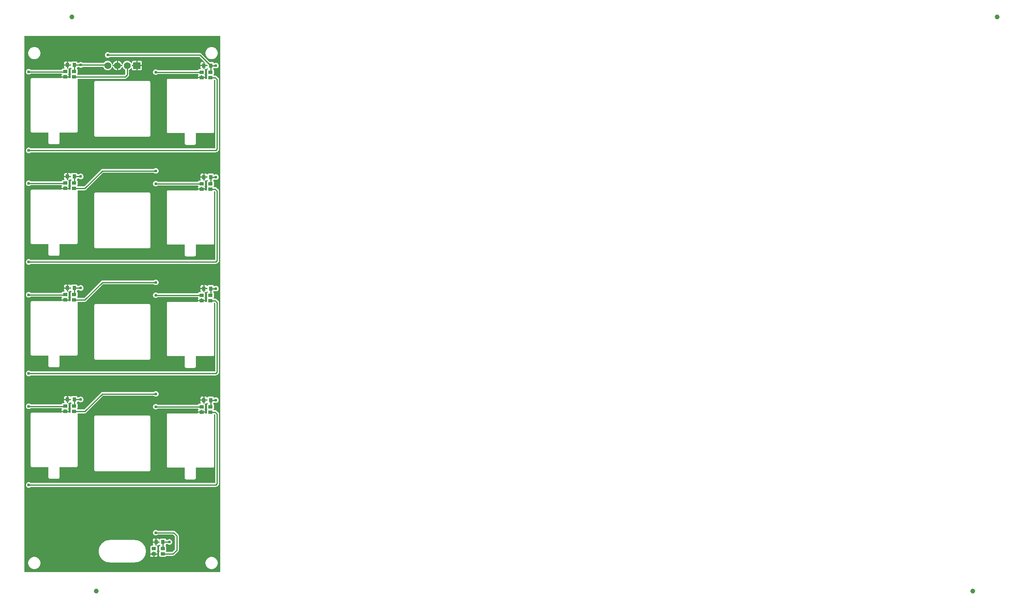
<source format=gtl>
G04 Layer: TopLayer*
G04 EasyEDA v6.5.29, 2023-07-19 21:52:00*
G04 a52da41988e34a0299b0951248bc5a60,5a6b42c53f6a479593ecc07194224c93,10*
G04 Gerber Generator version 0.2*
G04 Scale: 100 percent, Rotated: No, Reflected: No *
G04 Dimensions in millimeters *
G04 leading zeros omitted , absolute positions ,4 integer and 5 decimal *
%FSLAX45Y45*%
%MOMM*%

%AMMACRO1*21,1,$1,$2,0,0,$3*%
%ADD10C,0.2540*%
%ADD11R,0.8000X0.9000*%
%ADD12R,0.9000X0.7000*%
%ADD13C,1.0000*%
%ADD14C,1.4000*%
%ADD15MACRO1,1.524X1.4X0.0000*%
%ADD16C,0.6096*%
%ADD17C,0.0153*%

%LPD*%
G36*
X36068Y914908D02*
G01*
X32156Y915669D01*
X28905Y917905D01*
X26670Y921156D01*
X25908Y925068D01*
X25908Y11901932D01*
X26670Y11905843D01*
X28905Y11909094D01*
X32156Y11911330D01*
X36068Y11912092D01*
X4027932Y11912092D01*
X4031843Y11911330D01*
X4035094Y11909094D01*
X4037329Y11905843D01*
X4038092Y11901932D01*
X4038092Y925068D01*
X4037329Y921156D01*
X4035094Y917905D01*
X4031843Y915669D01*
X4027932Y914908D01*
G37*

%LPC*%
G36*
X228600Y11431117D02*
G01*
X243789Y11432032D01*
X258724Y11434775D01*
X273253Y11439296D01*
X287121Y11445544D01*
X300126Y11453418D01*
X312064Y11462766D01*
X322834Y11473535D01*
X332181Y11485473D01*
X340055Y11498478D01*
X346303Y11512346D01*
X350824Y11526875D01*
X353568Y11541810D01*
X354482Y11557000D01*
X353568Y11572189D01*
X350824Y11587124D01*
X346303Y11601653D01*
X340055Y11615521D01*
X332181Y11628526D01*
X322834Y11640464D01*
X312064Y11651234D01*
X300126Y11660581D01*
X287121Y11668455D01*
X273253Y11674703D01*
X258724Y11679224D01*
X243789Y11681968D01*
X228600Y11682882D01*
X213410Y11681968D01*
X198475Y11679224D01*
X183946Y11674703D01*
X170078Y11668455D01*
X157073Y11660581D01*
X145135Y11651234D01*
X134366Y11640464D01*
X125018Y11628526D01*
X117144Y11615521D01*
X110896Y11601653D01*
X106375Y11587124D01*
X103632Y11572189D01*
X102717Y11557000D01*
X103632Y11541810D01*
X106375Y11526875D01*
X110896Y11512346D01*
X117144Y11498478D01*
X125018Y11485473D01*
X134366Y11473535D01*
X145135Y11462766D01*
X157073Y11453418D01*
X170078Y11445544D01*
X183946Y11439296D01*
X198475Y11434775D01*
X213410Y11432032D01*
G37*
G36*
X1778203Y1117092D02*
G01*
X2285796Y1117092D01*
X2306523Y1118006D01*
X2326894Y1120800D01*
X2346960Y1125372D01*
X2366518Y1131722D01*
X2385415Y1139799D01*
X2403500Y1149553D01*
X2420670Y1160830D01*
X2436723Y1173683D01*
X2451608Y1187856D01*
X2465120Y1203350D01*
X2477211Y1220012D01*
X2487726Y1237640D01*
X2496667Y1256182D01*
X2503881Y1275384D01*
X2509367Y1295196D01*
X2513025Y1315466D01*
X2514854Y1335938D01*
X2514854Y1356461D01*
X2513025Y1376934D01*
X2509367Y1397203D01*
X2503881Y1417015D01*
X2496667Y1436217D01*
X2487726Y1454759D01*
X2477211Y1472387D01*
X2465120Y1489049D01*
X2451608Y1504543D01*
X2436723Y1518716D01*
X2420670Y1531569D01*
X2403500Y1542846D01*
X2385415Y1552600D01*
X2366518Y1560677D01*
X2346960Y1567027D01*
X2326894Y1571599D01*
X2306523Y1574393D01*
X2285796Y1575308D01*
X1778203Y1575308D01*
X1757476Y1574393D01*
X1737106Y1571599D01*
X1717039Y1567027D01*
X1697482Y1560677D01*
X1678584Y1552600D01*
X1660499Y1542846D01*
X1643329Y1531569D01*
X1627276Y1518716D01*
X1612392Y1504543D01*
X1598879Y1489049D01*
X1586788Y1472387D01*
X1576273Y1454759D01*
X1567332Y1436217D01*
X1560118Y1417015D01*
X1554632Y1397203D01*
X1550974Y1376934D01*
X1549146Y1356461D01*
X1549146Y1335938D01*
X1550974Y1315466D01*
X1554632Y1295196D01*
X1560118Y1275384D01*
X1567332Y1256182D01*
X1576273Y1237640D01*
X1586788Y1220012D01*
X1598879Y1203350D01*
X1612392Y1187856D01*
X1627276Y1173683D01*
X1643329Y1160830D01*
X1660499Y1149553D01*
X1678584Y1139799D01*
X1697482Y1131722D01*
X1717039Y1125372D01*
X1737106Y1120800D01*
X1757476Y1118006D01*
G37*
G36*
X2689809Y1230274D02*
G01*
X2721508Y1230274D01*
X2727858Y1230985D01*
X2733294Y1232916D01*
X2738221Y1236014D01*
X2742285Y1240078D01*
X2745384Y1245006D01*
X2747314Y1250442D01*
X2748026Y1256792D01*
X2748026Y1278483D01*
X2689809Y1278483D01*
G37*
G36*
X2632659Y1230274D02*
G01*
X2664409Y1230274D01*
X2664409Y1278483D01*
X2606192Y1278483D01*
X2606192Y1256792D01*
X2606903Y1250442D01*
X2608834Y1245006D01*
X2611882Y1240078D01*
X2615996Y1236014D01*
X2620873Y1232916D01*
X2626360Y1230985D01*
G37*
G36*
X2815691Y1230274D02*
G01*
X2904540Y1230274D01*
X2910840Y1230985D01*
X2916326Y1232916D01*
X2921203Y1236014D01*
X2925318Y1240078D01*
X2930753Y1249222D01*
X2934157Y1251610D01*
X2938221Y1252474D01*
X3068574Y1252474D01*
X3076600Y1253286D01*
X3083814Y1255471D01*
X3090519Y1259027D01*
X3096717Y1264158D01*
X3176524Y1343964D01*
X3181654Y1350162D01*
X3185210Y1356868D01*
X3187395Y1364081D01*
X3188208Y1372108D01*
X3188208Y1663192D01*
X3187395Y1671218D01*
X3185210Y1678432D01*
X3181654Y1685137D01*
X3176524Y1691335D01*
X3113735Y1754124D01*
X3107537Y1759254D01*
X3100832Y1762810D01*
X3093618Y1764995D01*
X3085592Y1765807D01*
X2762808Y1765807D01*
X2758897Y1766570D01*
X2755595Y1768805D01*
X2754020Y1770380D01*
X2745994Y1776018D01*
X2737053Y1780133D01*
X2727604Y1782673D01*
X2717800Y1783537D01*
X2707995Y1782673D01*
X2698546Y1780133D01*
X2689606Y1776018D01*
X2681579Y1770380D01*
X2674620Y1763420D01*
X2668981Y1755393D01*
X2664866Y1746453D01*
X2662326Y1737004D01*
X2661462Y1727200D01*
X2662326Y1717395D01*
X2664866Y1707946D01*
X2668981Y1699006D01*
X2674620Y1690979D01*
X2681579Y1684020D01*
X2689606Y1678381D01*
X2698546Y1674266D01*
X2707995Y1671726D01*
X2717800Y1670862D01*
X2727604Y1671726D01*
X2737053Y1674266D01*
X2745994Y1678381D01*
X2754020Y1684020D01*
X2755595Y1685594D01*
X2758897Y1687830D01*
X2762808Y1688592D01*
X3065881Y1688592D01*
X3069793Y1687830D01*
X3073095Y1685594D01*
X3107994Y1650695D01*
X3110230Y1647393D01*
X3110992Y1643481D01*
X3110992Y1391818D01*
X3110230Y1387906D01*
X3107994Y1384604D01*
X3056077Y1332687D01*
X3052775Y1330452D01*
X3048863Y1329690D01*
X2938272Y1329690D01*
X2934208Y1330553D01*
X2930855Y1332941D01*
X2926283Y1340815D01*
X2924860Y1344320D01*
X2924860Y1348079D01*
X2926283Y1351635D01*
X2928366Y1354988D01*
X2930296Y1360474D01*
X2931007Y1366774D01*
X2931007Y1435658D01*
X2930296Y1441958D01*
X2928366Y1447444D01*
X2925318Y1452321D01*
X2920390Y1457198D01*
X2918206Y1460449D01*
X2917444Y1464310D01*
X2918155Y1468120D01*
X2920238Y1471422D01*
X2924149Y1475486D01*
X2927299Y1480464D01*
X2929178Y1485950D01*
X2929534Y1489049D01*
X2930601Y1492605D01*
X2932887Y1495501D01*
X2935986Y1497431D01*
X2939643Y1498092D01*
X2952191Y1498092D01*
X2956102Y1497330D01*
X2959404Y1495094D01*
X2960979Y1493520D01*
X2969006Y1487881D01*
X2977946Y1483766D01*
X2987395Y1481226D01*
X2997200Y1480362D01*
X3007004Y1481226D01*
X3016453Y1483766D01*
X3025394Y1487881D01*
X3033420Y1493520D01*
X3040380Y1500479D01*
X3046018Y1508506D01*
X3050133Y1517446D01*
X3052673Y1526895D01*
X3053537Y1536700D01*
X3052673Y1546504D01*
X3050133Y1555953D01*
X3046018Y1564894D01*
X3040380Y1572920D01*
X3033420Y1579880D01*
X3025394Y1585518D01*
X3016453Y1589633D01*
X3007004Y1592173D01*
X2997200Y1593037D01*
X2987395Y1592173D01*
X2977946Y1589633D01*
X2969006Y1585518D01*
X2960979Y1579880D01*
X2959404Y1578305D01*
X2956102Y1576070D01*
X2952191Y1575308D01*
X2939643Y1575308D01*
X2935986Y1575968D01*
X2932887Y1577898D01*
X2930601Y1580794D01*
X2929534Y1584350D01*
X2929178Y1587449D01*
X2927299Y1592935D01*
X2924200Y1597812D01*
X2920085Y1601927D01*
X2915208Y1604975D01*
X2909722Y1606905D01*
X2903423Y1607616D01*
X2824581Y1607616D01*
X2818231Y1606905D01*
X2812796Y1604975D01*
X2807868Y1601927D01*
X2803804Y1597812D01*
X2802585Y1595932D01*
X2799791Y1592986D01*
X2796032Y1591360D01*
X2791968Y1591360D01*
X2788208Y1592986D01*
X2785414Y1595932D01*
X2784195Y1597812D01*
X2780131Y1601927D01*
X2775204Y1604975D01*
X2769768Y1606905D01*
X2763418Y1607616D01*
X2736697Y1607616D01*
X2736697Y1549400D01*
X2787904Y1549400D01*
X2791815Y1548638D01*
X2795117Y1546402D01*
X2797302Y1543151D01*
X2798064Y1539240D01*
X2798064Y1534160D01*
X2797302Y1530248D01*
X2795117Y1526997D01*
X2791815Y1524762D01*
X2787904Y1524000D01*
X2736697Y1524000D01*
X2736697Y1471777D01*
X2735834Y1467662D01*
X2733395Y1464259D01*
X2729738Y1462125D01*
X2725572Y1461668D01*
X2720492Y1462176D01*
X2716885Y1463192D01*
X2713939Y1465427D01*
X2712008Y1468628D01*
X2711297Y1472285D01*
X2711297Y1524000D01*
X2658110Y1524000D01*
X2658110Y1492250D01*
X2658821Y1485950D01*
X2660700Y1480464D01*
X2662478Y1477670D01*
X2663952Y1473657D01*
X2663596Y1469339D01*
X2661513Y1465580D01*
X2658110Y1463040D01*
X2653893Y1462125D01*
X2632659Y1462125D01*
X2626360Y1461414D01*
X2620873Y1459484D01*
X2615996Y1456436D01*
X2611882Y1452321D01*
X2608834Y1447444D01*
X2606903Y1441958D01*
X2606192Y1435658D01*
X2606192Y1366774D01*
X2606903Y1360474D01*
X2608834Y1354988D01*
X2610916Y1351635D01*
X2612339Y1348079D01*
X2612339Y1344320D01*
X2610916Y1340815D01*
X2608834Y1337411D01*
X2606903Y1331976D01*
X2606192Y1325626D01*
X2606192Y1303883D01*
X2664409Y1303883D01*
X2664409Y1330147D01*
X2665171Y1334008D01*
X2667355Y1337310D01*
X2670657Y1339545D01*
X2674569Y1340307D01*
X2679649Y1340307D01*
X2683510Y1339545D01*
X2686812Y1337310D01*
X2689047Y1334008D01*
X2689809Y1330147D01*
X2689809Y1303883D01*
X2748026Y1303883D01*
X2748026Y1325626D01*
X2747314Y1331976D01*
X2745384Y1337411D01*
X2743250Y1340815D01*
X2741879Y1344320D01*
X2741879Y1348079D01*
X2743250Y1351635D01*
X2745384Y1354988D01*
X2747314Y1360474D01*
X2748026Y1366774D01*
X2748026Y1435658D01*
X2747314Y1441958D01*
X2745384Y1447444D01*
X2743606Y1450238D01*
X2742133Y1454251D01*
X2742488Y1458569D01*
X2744571Y1462328D01*
X2748026Y1464868D01*
X2752242Y1465783D01*
X2763418Y1465783D01*
X2769768Y1466494D01*
X2775204Y1468424D01*
X2780131Y1471472D01*
X2784195Y1475587D01*
X2785414Y1477467D01*
X2788208Y1480413D01*
X2791968Y1482039D01*
X2796032Y1482039D01*
X2799791Y1480413D01*
X2802585Y1477467D01*
X2806750Y1471676D01*
X2807665Y1468170D01*
X2807258Y1464564D01*
X2805582Y1461312D01*
X2802940Y1458874D01*
X2798978Y1456436D01*
X2794914Y1452321D01*
X2791815Y1447444D01*
X2789885Y1441958D01*
X2789174Y1435658D01*
X2789174Y1366774D01*
X2789885Y1360474D01*
X2791815Y1354988D01*
X2793949Y1351635D01*
X2795320Y1348079D01*
X2795320Y1344320D01*
X2793949Y1340815D01*
X2791815Y1337411D01*
X2789885Y1331976D01*
X2789174Y1325626D01*
X2789174Y1256792D01*
X2789885Y1250442D01*
X2791815Y1245006D01*
X2794914Y1240078D01*
X2798978Y1236014D01*
X2803906Y1232916D01*
X2809341Y1230985D01*
G37*
G36*
X2658110Y1549400D02*
G01*
X2711297Y1549400D01*
X2711297Y1607616D01*
X2684576Y1607616D01*
X2678277Y1606905D01*
X2672791Y1604975D01*
X2667914Y1601927D01*
X2663799Y1597812D01*
X2660700Y1592935D01*
X2658821Y1587449D01*
X2658110Y1581150D01*
G37*
G36*
X114300Y2648762D02*
G01*
X124104Y2649626D01*
X133553Y2652166D01*
X142494Y2656281D01*
X150520Y2661920D01*
X152095Y2663494D01*
X155397Y2665730D01*
X159308Y2666492D01*
X3949192Y2666492D01*
X3957218Y2667304D01*
X3964432Y2669489D01*
X3971137Y2673045D01*
X3977335Y2678176D01*
X4002024Y2702864D01*
X4007154Y2709062D01*
X4010710Y2715768D01*
X4012895Y2722981D01*
X4013708Y2731008D01*
X4013708Y4165295D01*
X4013454Y4170019D01*
X4012946Y4173067D01*
X4011828Y4177436D01*
X4010761Y4180281D01*
X4008831Y4184345D01*
X4007256Y4186986D01*
X4004513Y4190593D01*
X4002430Y4192828D01*
X3998925Y4195978D01*
X3956913Y4229455D01*
X3954170Y4231436D01*
X3950309Y4233722D01*
X3947515Y4234992D01*
X3943299Y4236516D01*
X3940301Y4237228D01*
X3935831Y4237837D01*
X3916172Y4237990D01*
X3912108Y4238853D01*
X3908755Y4241241D01*
X3904183Y4249115D01*
X3902760Y4252620D01*
X3902760Y4256379D01*
X3904183Y4259935D01*
X3906265Y4263288D01*
X3908196Y4268774D01*
X3908907Y4275074D01*
X3908907Y4343958D01*
X3908196Y4350258D01*
X3906265Y4355744D01*
X3903218Y4360621D01*
X3898290Y4365498D01*
X3896106Y4368749D01*
X3895344Y4372610D01*
X3896055Y4376420D01*
X3898137Y4379722D01*
X3902049Y4383786D01*
X3905199Y4388764D01*
X3906062Y4391253D01*
X3907891Y4394504D01*
X3910787Y4396841D01*
X3914343Y4398010D01*
X3918051Y4397806D01*
X3930446Y4392066D01*
X3939895Y4389526D01*
X3949700Y4388662D01*
X3959504Y4389526D01*
X3968953Y4392066D01*
X3977894Y4396181D01*
X3985920Y4401820D01*
X3992879Y4408779D01*
X3998518Y4416806D01*
X4002633Y4425746D01*
X4005173Y4435195D01*
X4006037Y4445000D01*
X4005173Y4454804D01*
X4002633Y4464253D01*
X3998518Y4473194D01*
X3992879Y4481220D01*
X3985920Y4488180D01*
X3977894Y4493818D01*
X3968953Y4497933D01*
X3959504Y4500473D01*
X3949700Y4501337D01*
X3939895Y4500473D01*
X3930446Y4497933D01*
X3918051Y4492193D01*
X3914343Y4491990D01*
X3910787Y4493158D01*
X3907891Y4495495D01*
X3906062Y4498746D01*
X3905199Y4501235D01*
X3902100Y4506112D01*
X3897985Y4510227D01*
X3893108Y4513275D01*
X3887622Y4515205D01*
X3881323Y4515916D01*
X3802481Y4515916D01*
X3796131Y4515205D01*
X3790696Y4513275D01*
X3785768Y4510227D01*
X3781704Y4506112D01*
X3780485Y4504232D01*
X3777691Y4501286D01*
X3773932Y4499660D01*
X3769868Y4499660D01*
X3766108Y4501286D01*
X3763314Y4504232D01*
X3762095Y4506112D01*
X3758031Y4510227D01*
X3753104Y4513275D01*
X3747668Y4515205D01*
X3741318Y4515916D01*
X3714597Y4515916D01*
X3714597Y4457700D01*
X3765804Y4457700D01*
X3769715Y4456938D01*
X3773017Y4454702D01*
X3775201Y4451451D01*
X3775964Y4447540D01*
X3775964Y4442460D01*
X3775201Y4438548D01*
X3773017Y4435297D01*
X3769715Y4433062D01*
X3765804Y4432300D01*
X3714597Y4432300D01*
X3714597Y4380077D01*
X3713734Y4375962D01*
X3711295Y4372559D01*
X3707637Y4370425D01*
X3703472Y4369968D01*
X3698392Y4370476D01*
X3694785Y4371492D01*
X3691839Y4373727D01*
X3689908Y4376928D01*
X3689197Y4380585D01*
X3689197Y4432300D01*
X3636010Y4432300D01*
X3636010Y4400550D01*
X3636721Y4394250D01*
X3638600Y4388764D01*
X3640378Y4385970D01*
X3641851Y4381957D01*
X3641496Y4377639D01*
X3639413Y4373880D01*
X3636010Y4371340D01*
X3631793Y4370425D01*
X3610559Y4370425D01*
X3604260Y4369714D01*
X3598773Y4367784D01*
X3593896Y4364736D01*
X3589782Y4360621D01*
X3584346Y4351477D01*
X3580942Y4349089D01*
X3576878Y4348226D01*
X2762656Y4348226D01*
X2758795Y4348988D01*
X2755493Y4351223D01*
X2754020Y4352645D01*
X2745994Y4358284D01*
X2737053Y4362450D01*
X2727604Y4364990D01*
X2717800Y4365853D01*
X2707995Y4364990D01*
X2698546Y4362450D01*
X2689606Y4358284D01*
X2681579Y4352645D01*
X2674620Y4345736D01*
X2668981Y4337659D01*
X2664866Y4328769D01*
X2662326Y4319270D01*
X2661462Y4309465D01*
X2662326Y4299712D01*
X2664866Y4290212D01*
X2668981Y4281322D01*
X2674620Y4273245D01*
X2681579Y4266336D01*
X2689606Y4260697D01*
X2698546Y4256532D01*
X2707995Y4253992D01*
X2717800Y4253128D01*
X2727604Y4253992D01*
X2737053Y4256532D01*
X2745994Y4260697D01*
X2754020Y4266336D01*
X2755747Y4268012D01*
X2759049Y4270248D01*
X2762910Y4271010D01*
X3576828Y4271010D01*
X3580892Y4270146D01*
X3584244Y4267758D01*
X3588816Y4259935D01*
X3590239Y4256379D01*
X3590239Y4252620D01*
X3588816Y4249115D01*
X3586734Y4245711D01*
X3584803Y4240276D01*
X3584092Y4233926D01*
X3584092Y4212183D01*
X3642309Y4212183D01*
X3642309Y4238447D01*
X3643071Y4242308D01*
X3645255Y4245610D01*
X3648557Y4247845D01*
X3652469Y4248607D01*
X3657549Y4248607D01*
X3661410Y4247845D01*
X3664712Y4245610D01*
X3666947Y4242308D01*
X3667709Y4238447D01*
X3667709Y4212183D01*
X3725926Y4212183D01*
X3725926Y4233926D01*
X3725214Y4240276D01*
X3723284Y4245711D01*
X3721150Y4249115D01*
X3719779Y4252620D01*
X3719779Y4256379D01*
X3721150Y4259935D01*
X3723284Y4263288D01*
X3725214Y4268774D01*
X3725926Y4275074D01*
X3725926Y4343958D01*
X3725214Y4350258D01*
X3723284Y4355744D01*
X3721506Y4358538D01*
X3720033Y4362551D01*
X3720388Y4366869D01*
X3722471Y4370628D01*
X3725926Y4373168D01*
X3730142Y4374083D01*
X3741318Y4374083D01*
X3747668Y4374794D01*
X3753104Y4376724D01*
X3758031Y4379772D01*
X3762095Y4383887D01*
X3763314Y4385767D01*
X3766108Y4388713D01*
X3769868Y4390339D01*
X3773932Y4390339D01*
X3777691Y4388713D01*
X3780485Y4385767D01*
X3784650Y4379976D01*
X3785565Y4376470D01*
X3785158Y4372864D01*
X3783482Y4369612D01*
X3780840Y4367174D01*
X3776878Y4364736D01*
X3772814Y4360621D01*
X3769715Y4355744D01*
X3767785Y4350258D01*
X3767074Y4343958D01*
X3767074Y4275074D01*
X3767785Y4268774D01*
X3769715Y4263288D01*
X3771849Y4259935D01*
X3773220Y4256379D01*
X3773220Y4252620D01*
X3771849Y4249115D01*
X3769715Y4245711D01*
X3767785Y4240276D01*
X3767074Y4233926D01*
X3767074Y4182618D01*
X3766312Y4178706D01*
X3764127Y4175455D01*
X3760825Y4173220D01*
X3756914Y4172458D01*
X3736086Y4172458D01*
X3732174Y4173220D01*
X3728872Y4175455D01*
X3726687Y4178706D01*
X3725926Y4182618D01*
X3725926Y4186783D01*
X3667709Y4186783D01*
X3667709Y4182618D01*
X3666947Y4178706D01*
X3664712Y4175455D01*
X3661410Y4173220D01*
X3657549Y4172458D01*
X3652469Y4172458D01*
X3648557Y4173220D01*
X3645255Y4175455D01*
X3643071Y4178706D01*
X3642309Y4182618D01*
X3642309Y4186783D01*
X3584092Y4186783D01*
X3584092Y4182618D01*
X3583330Y4178706D01*
X3581095Y4175455D01*
X3577844Y4173220D01*
X3573932Y4172458D01*
X2972358Y4172458D01*
X2966059Y4171746D01*
X2960573Y4169816D01*
X2955696Y4166768D01*
X2951581Y4162653D01*
X2948533Y4157776D01*
X2946603Y4152290D01*
X2945892Y4145991D01*
X2945892Y3086658D01*
X2946603Y3080359D01*
X2948533Y3074873D01*
X2951581Y3069996D01*
X2955696Y3065881D01*
X2960573Y3062833D01*
X2966059Y3060903D01*
X2972358Y3060192D01*
X3304032Y3060192D01*
X3307943Y3059430D01*
X3311194Y3057194D01*
X3313429Y3053943D01*
X3314192Y3050032D01*
X3314192Y2845358D01*
X3314903Y2839059D01*
X3316833Y2833573D01*
X3319881Y2828696D01*
X3323996Y2824581D01*
X3328873Y2821533D01*
X3334359Y2819603D01*
X3340658Y2818892D01*
X3510991Y2818892D01*
X3517290Y2819603D01*
X3522776Y2821533D01*
X3527653Y2824581D01*
X3531768Y2828696D01*
X3534816Y2833573D01*
X3536746Y2839059D01*
X3537458Y2845358D01*
X3537458Y3050032D01*
X3538220Y3053943D01*
X3540455Y3057194D01*
X3543706Y3059430D01*
X3547618Y3060192D01*
X3885641Y3060192D01*
X3891940Y3060903D01*
X3897426Y3062833D01*
X3902303Y3065881D01*
X3906418Y3069996D01*
X3909466Y3074873D01*
X3911396Y3080359D01*
X3912108Y3086658D01*
X3912108Y4145330D01*
X3912819Y4149039D01*
X3914800Y4152239D01*
X3917848Y4154474D01*
X3921506Y4155440D01*
X3925265Y4155033D01*
X3928618Y4153255D01*
X3932682Y4150055D01*
X3934714Y4147820D01*
X3936034Y4145076D01*
X3936492Y4142079D01*
X3936492Y2753868D01*
X3935729Y2749956D01*
X3933494Y2746705D01*
X3930243Y2744470D01*
X3926332Y2743708D01*
X159308Y2743708D01*
X155397Y2744470D01*
X152095Y2746705D01*
X150520Y2748280D01*
X142494Y2753918D01*
X133553Y2758033D01*
X124104Y2760573D01*
X114300Y2761437D01*
X104495Y2760573D01*
X95046Y2758033D01*
X86106Y2753918D01*
X78079Y2748280D01*
X71120Y2741320D01*
X65481Y2733294D01*
X61366Y2724353D01*
X58826Y2714904D01*
X57962Y2705100D01*
X58826Y2695295D01*
X61366Y2685846D01*
X65481Y2676906D01*
X71120Y2668879D01*
X78079Y2661920D01*
X86106Y2656281D01*
X95046Y2652166D01*
X104495Y2649626D01*
G37*
G36*
X546658Y2831592D02*
G01*
X716991Y2831592D01*
X723290Y2832303D01*
X728776Y2834233D01*
X733653Y2837281D01*
X737768Y2841396D01*
X740816Y2846273D01*
X742746Y2851759D01*
X743458Y2858058D01*
X743458Y3062732D01*
X744220Y3066643D01*
X746455Y3069894D01*
X749706Y3072130D01*
X753618Y3072892D01*
X1091641Y3072892D01*
X1097940Y3073603D01*
X1103426Y3075533D01*
X1108303Y3078581D01*
X1112418Y3082696D01*
X1115466Y3087573D01*
X1117396Y3093059D01*
X1118108Y3099358D01*
X1118108Y4158691D01*
X1117701Y4162196D01*
X1118108Y4166412D01*
X1120241Y4170070D01*
X1123645Y4172610D01*
X1127810Y4173474D01*
X1265174Y4173474D01*
X1273200Y4174286D01*
X1280414Y4176471D01*
X1287119Y4180027D01*
X1293317Y4185158D01*
X1638604Y4530394D01*
X1641906Y4532630D01*
X1645818Y4533392D01*
X2672791Y4533392D01*
X2676702Y4532630D01*
X2680004Y4530394D01*
X2681579Y4528820D01*
X2689606Y4523181D01*
X2698546Y4519066D01*
X2707995Y4516526D01*
X2717800Y4515662D01*
X2727604Y4516526D01*
X2737053Y4519066D01*
X2745994Y4523181D01*
X2754020Y4528820D01*
X2760980Y4535779D01*
X2766618Y4543806D01*
X2770733Y4552746D01*
X2773273Y4562195D01*
X2774137Y4572000D01*
X2773273Y4581804D01*
X2770733Y4591253D01*
X2766618Y4600194D01*
X2760980Y4608220D01*
X2754020Y4615180D01*
X2745994Y4620818D01*
X2737053Y4624933D01*
X2727604Y4627473D01*
X2717800Y4628337D01*
X2707995Y4627473D01*
X2698546Y4624933D01*
X2689606Y4620818D01*
X2681579Y4615180D01*
X2680004Y4613605D01*
X2676702Y4611370D01*
X2672791Y4610608D01*
X1626107Y4610608D01*
X1618081Y4609795D01*
X1610868Y4607610D01*
X1604162Y4604054D01*
X1597964Y4598924D01*
X1252677Y4253687D01*
X1249375Y4251452D01*
X1245463Y4250690D01*
X1122172Y4250690D01*
X1118108Y4251553D01*
X1114755Y4253941D01*
X1110183Y4261815D01*
X1108760Y4265320D01*
X1108760Y4269079D01*
X1110183Y4272635D01*
X1112266Y4275988D01*
X1114196Y4281474D01*
X1114907Y4287774D01*
X1114907Y4356658D01*
X1114196Y4362958D01*
X1112266Y4368444D01*
X1109218Y4373321D01*
X1104290Y4378198D01*
X1102106Y4381449D01*
X1101344Y4385310D01*
X1102055Y4389120D01*
X1104138Y4392422D01*
X1108049Y4396486D01*
X1111199Y4401464D01*
X1113078Y4406950D01*
X1113434Y4410049D01*
X1114501Y4413605D01*
X1116787Y4416501D01*
X1119886Y4418431D01*
X1123543Y4419092D01*
X1136091Y4419092D01*
X1140002Y4418330D01*
X1143304Y4416094D01*
X1144879Y4414520D01*
X1152906Y4408881D01*
X1161846Y4404766D01*
X1171295Y4402226D01*
X1181100Y4401362D01*
X1190904Y4402226D01*
X1200353Y4404766D01*
X1209294Y4408881D01*
X1217320Y4414520D01*
X1224280Y4421479D01*
X1229918Y4429506D01*
X1234033Y4438446D01*
X1236573Y4447895D01*
X1237437Y4457700D01*
X1236573Y4467504D01*
X1234033Y4476953D01*
X1229918Y4485894D01*
X1224280Y4493920D01*
X1217320Y4500880D01*
X1209294Y4506518D01*
X1200353Y4510633D01*
X1190904Y4513173D01*
X1181100Y4514037D01*
X1171295Y4513173D01*
X1161846Y4510633D01*
X1152906Y4506518D01*
X1144879Y4500880D01*
X1143304Y4499305D01*
X1140002Y4497070D01*
X1136091Y4496308D01*
X1123543Y4496308D01*
X1119886Y4496968D01*
X1116787Y4498898D01*
X1114501Y4501794D01*
X1113434Y4505350D01*
X1113078Y4508449D01*
X1111199Y4513935D01*
X1108100Y4518812D01*
X1103985Y4522927D01*
X1099108Y4525975D01*
X1093622Y4527905D01*
X1087323Y4528616D01*
X1008481Y4528616D01*
X1002131Y4527905D01*
X996696Y4525975D01*
X991768Y4522927D01*
X987704Y4518812D01*
X986485Y4516932D01*
X983691Y4513986D01*
X979932Y4512360D01*
X975868Y4512360D01*
X972108Y4513986D01*
X969314Y4516932D01*
X968095Y4518812D01*
X964031Y4522927D01*
X959103Y4525975D01*
X953668Y4527905D01*
X947318Y4528616D01*
X920597Y4528616D01*
X920597Y4470400D01*
X971803Y4470400D01*
X975715Y4469638D01*
X979017Y4467402D01*
X981202Y4464151D01*
X981964Y4460240D01*
X981964Y4455160D01*
X981202Y4451248D01*
X979017Y4447997D01*
X975715Y4445762D01*
X971803Y4445000D01*
X920597Y4445000D01*
X920597Y4392777D01*
X919734Y4388662D01*
X917295Y4385259D01*
X913637Y4383125D01*
X909472Y4382668D01*
X904392Y4383176D01*
X900785Y4384192D01*
X897839Y4386427D01*
X895908Y4389628D01*
X895197Y4393285D01*
X895197Y4445000D01*
X842010Y4445000D01*
X842010Y4413250D01*
X842721Y4406950D01*
X844600Y4401464D01*
X846378Y4398670D01*
X847852Y4394657D01*
X847496Y4390339D01*
X845413Y4386580D01*
X842010Y4384040D01*
X837793Y4383125D01*
X816559Y4383125D01*
X810260Y4382414D01*
X804773Y4380484D01*
X799896Y4377436D01*
X795782Y4373321D01*
X792734Y4368444D01*
X790956Y4363415D01*
X788822Y4359859D01*
X785418Y4357471D01*
X781354Y4356608D01*
X159308Y4356608D01*
X155397Y4357370D01*
X152095Y4359605D01*
X150520Y4361180D01*
X142494Y4366818D01*
X133553Y4370933D01*
X124104Y4373473D01*
X114300Y4374337D01*
X104495Y4373473D01*
X95046Y4370933D01*
X86106Y4366818D01*
X78079Y4361180D01*
X71120Y4354220D01*
X65481Y4346194D01*
X61366Y4337253D01*
X58826Y4327804D01*
X57962Y4318000D01*
X58826Y4308195D01*
X61366Y4298746D01*
X65481Y4289806D01*
X71120Y4281779D01*
X78079Y4274820D01*
X86106Y4269181D01*
X95046Y4265066D01*
X104495Y4262526D01*
X114300Y4261662D01*
X124104Y4262526D01*
X133553Y4265066D01*
X142494Y4269181D01*
X150520Y4274820D01*
X152095Y4276394D01*
X155397Y4278630D01*
X159308Y4279392D01*
X784961Y4279392D01*
X788314Y4278833D01*
X791311Y4277156D01*
X793546Y4274616D01*
X794816Y4272635D01*
X796239Y4269079D01*
X796239Y4265320D01*
X794816Y4261815D01*
X792734Y4258411D01*
X790803Y4252976D01*
X790092Y4246626D01*
X790092Y4224883D01*
X848309Y4224883D01*
X848309Y4251147D01*
X849071Y4255008D01*
X851255Y4258310D01*
X854557Y4260545D01*
X858469Y4261307D01*
X863549Y4261307D01*
X867410Y4260545D01*
X870712Y4258310D01*
X872947Y4255008D01*
X873709Y4251147D01*
X873709Y4224883D01*
X931926Y4224883D01*
X931926Y4246626D01*
X931214Y4252976D01*
X929284Y4258411D01*
X927150Y4261815D01*
X925779Y4265320D01*
X925779Y4269079D01*
X927150Y4272635D01*
X929284Y4275988D01*
X931214Y4281474D01*
X931926Y4287774D01*
X931926Y4356658D01*
X931214Y4362958D01*
X929284Y4368444D01*
X927506Y4371238D01*
X926033Y4375251D01*
X926388Y4379569D01*
X928471Y4383328D01*
X931926Y4385868D01*
X936142Y4386783D01*
X947318Y4386783D01*
X953668Y4387494D01*
X959103Y4389424D01*
X964031Y4392472D01*
X968095Y4396587D01*
X969314Y4398467D01*
X972108Y4401413D01*
X975868Y4403039D01*
X979932Y4403039D01*
X983691Y4401413D01*
X986485Y4398467D01*
X990650Y4392676D01*
X991565Y4389170D01*
X991158Y4385564D01*
X989482Y4382312D01*
X986840Y4379874D01*
X982878Y4377436D01*
X978814Y4373321D01*
X975715Y4368444D01*
X973785Y4362958D01*
X973074Y4356658D01*
X973074Y4287774D01*
X973785Y4281474D01*
X975715Y4275988D01*
X977849Y4272635D01*
X979220Y4269079D01*
X979220Y4265320D01*
X977849Y4261815D01*
X975715Y4258411D01*
X973785Y4252976D01*
X973074Y4246626D01*
X973074Y4195318D01*
X972312Y4191406D01*
X970127Y4188155D01*
X966825Y4185920D01*
X962914Y4185158D01*
X942086Y4185158D01*
X938174Y4185920D01*
X934872Y4188155D01*
X932687Y4191406D01*
X931926Y4195318D01*
X931926Y4199483D01*
X873709Y4199483D01*
X873709Y4195318D01*
X872947Y4191406D01*
X870712Y4188155D01*
X867410Y4185920D01*
X863549Y4185158D01*
X858469Y4185158D01*
X854557Y4185920D01*
X851255Y4188155D01*
X849071Y4191406D01*
X848309Y4195318D01*
X848309Y4199483D01*
X790092Y4199483D01*
X790092Y4195318D01*
X789330Y4191406D01*
X787095Y4188155D01*
X783844Y4185920D01*
X779932Y4185158D01*
X178358Y4185158D01*
X172059Y4184446D01*
X166573Y4182516D01*
X161696Y4179468D01*
X157581Y4175353D01*
X154533Y4170476D01*
X152603Y4164990D01*
X151892Y4158691D01*
X151892Y3099358D01*
X152603Y3093059D01*
X154533Y3087573D01*
X157581Y3082696D01*
X161696Y3078581D01*
X166573Y3075533D01*
X172059Y3073603D01*
X178358Y3072892D01*
X510032Y3072892D01*
X513943Y3072130D01*
X517194Y3069894D01*
X519430Y3066643D01*
X520192Y3062732D01*
X520192Y2858058D01*
X520903Y2851759D01*
X522833Y2846273D01*
X525881Y2841396D01*
X529996Y2837281D01*
X534873Y2834233D01*
X540359Y2832303D01*
G37*
G36*
X1486458Y2983992D02*
G01*
X2577541Y2983992D01*
X2583840Y2984703D01*
X2589326Y2986633D01*
X2594203Y2989681D01*
X2598318Y2993796D01*
X2601366Y2998673D01*
X2603296Y3004159D01*
X2604008Y3010458D01*
X2604008Y4101541D01*
X2603296Y4107840D01*
X2601366Y4113326D01*
X2598318Y4118203D01*
X2594203Y4122318D01*
X2589326Y4125366D01*
X2583840Y4127296D01*
X2577541Y4128008D01*
X1486458Y4128008D01*
X1480159Y4127296D01*
X1474673Y4125366D01*
X1469796Y4122318D01*
X1465681Y4118203D01*
X1462633Y4113326D01*
X1460703Y4107840D01*
X1459992Y4101541D01*
X1459992Y3010458D01*
X1460703Y3004159D01*
X1462633Y2998673D01*
X1465681Y2993796D01*
X1469796Y2989681D01*
X1474673Y2986633D01*
X1480159Y2984703D01*
G37*
G36*
X3636010Y4457700D02*
G01*
X3689197Y4457700D01*
X3689197Y4515916D01*
X3662476Y4515916D01*
X3656177Y4515205D01*
X3650691Y4513275D01*
X3645814Y4510227D01*
X3641699Y4506112D01*
X3638600Y4501235D01*
X3636721Y4495749D01*
X3636010Y4489450D01*
G37*
G36*
X842010Y4470400D02*
G01*
X895197Y4470400D01*
X895197Y4528616D01*
X868476Y4528616D01*
X862177Y4527905D01*
X856691Y4525975D01*
X851814Y4522927D01*
X847699Y4518812D01*
X844600Y4513935D01*
X842721Y4508449D01*
X842010Y4502150D01*
G37*
G36*
X114300Y4934762D02*
G01*
X124104Y4935626D01*
X133553Y4938166D01*
X142494Y4942281D01*
X150520Y4947920D01*
X152095Y4949494D01*
X155397Y4951730D01*
X159308Y4952492D01*
X3949192Y4952492D01*
X3957218Y4953304D01*
X3964432Y4955489D01*
X3971137Y4959045D01*
X3977335Y4964176D01*
X4002024Y4988864D01*
X4007154Y4995062D01*
X4010710Y5001768D01*
X4012895Y5008981D01*
X4013708Y5017008D01*
X4013708Y6451295D01*
X4013454Y6456019D01*
X4012946Y6459067D01*
X4011828Y6463436D01*
X4010761Y6466281D01*
X4008831Y6470345D01*
X4007256Y6472986D01*
X4004513Y6476593D01*
X4002430Y6478828D01*
X3998925Y6481978D01*
X3956913Y6515455D01*
X3954170Y6517436D01*
X3950309Y6519722D01*
X3947515Y6520992D01*
X3943299Y6522516D01*
X3940301Y6523228D01*
X3935831Y6523837D01*
X3916172Y6523990D01*
X3912108Y6524853D01*
X3908755Y6527241D01*
X3904183Y6535115D01*
X3902760Y6538620D01*
X3902760Y6542379D01*
X3904183Y6545935D01*
X3906265Y6549288D01*
X3908196Y6554774D01*
X3908907Y6561074D01*
X3908907Y6629958D01*
X3908196Y6636258D01*
X3906265Y6641744D01*
X3903218Y6646621D01*
X3898290Y6651498D01*
X3896106Y6654749D01*
X3895344Y6658609D01*
X3896055Y6662420D01*
X3898137Y6665722D01*
X3902049Y6669786D01*
X3905199Y6674764D01*
X3906062Y6677253D01*
X3907891Y6680504D01*
X3910787Y6682841D01*
X3914343Y6684009D01*
X3918051Y6683806D01*
X3930446Y6678066D01*
X3939895Y6675526D01*
X3949700Y6674662D01*
X3959504Y6675526D01*
X3968953Y6678066D01*
X3977894Y6682181D01*
X3985920Y6687820D01*
X3992879Y6694779D01*
X3998518Y6702806D01*
X4002633Y6711746D01*
X4005173Y6721195D01*
X4006037Y6731000D01*
X4005173Y6740804D01*
X4002633Y6750253D01*
X3998518Y6759194D01*
X3992879Y6767220D01*
X3985920Y6774180D01*
X3977894Y6779818D01*
X3968953Y6783933D01*
X3959504Y6786473D01*
X3949700Y6787337D01*
X3939895Y6786473D01*
X3930446Y6783933D01*
X3918051Y6778193D01*
X3914343Y6777990D01*
X3910787Y6779158D01*
X3907891Y6781495D01*
X3906062Y6784746D01*
X3905199Y6787235D01*
X3902100Y6792112D01*
X3897985Y6796227D01*
X3893108Y6799275D01*
X3887622Y6801205D01*
X3881323Y6801916D01*
X3802481Y6801916D01*
X3796131Y6801205D01*
X3790696Y6799275D01*
X3785768Y6796227D01*
X3781704Y6792112D01*
X3780485Y6790232D01*
X3777691Y6787286D01*
X3773932Y6785660D01*
X3769868Y6785660D01*
X3766108Y6787286D01*
X3763314Y6790232D01*
X3762095Y6792112D01*
X3758031Y6796227D01*
X3753104Y6799275D01*
X3747668Y6801205D01*
X3741318Y6801916D01*
X3714597Y6801916D01*
X3714597Y6743700D01*
X3765804Y6743700D01*
X3769715Y6742938D01*
X3773017Y6740702D01*
X3775201Y6737451D01*
X3775964Y6733540D01*
X3775964Y6728459D01*
X3775201Y6724548D01*
X3773017Y6721297D01*
X3769715Y6719062D01*
X3765804Y6718300D01*
X3714597Y6718300D01*
X3714597Y6666077D01*
X3713734Y6661962D01*
X3711295Y6658559D01*
X3707637Y6656425D01*
X3703472Y6655968D01*
X3698392Y6656476D01*
X3694785Y6657492D01*
X3691839Y6659727D01*
X3689908Y6662928D01*
X3689197Y6666585D01*
X3689197Y6718300D01*
X3636010Y6718300D01*
X3636010Y6686550D01*
X3636721Y6680250D01*
X3638600Y6674764D01*
X3640378Y6671970D01*
X3641851Y6667957D01*
X3641496Y6663639D01*
X3639413Y6659880D01*
X3636010Y6657340D01*
X3631793Y6656425D01*
X3610559Y6656425D01*
X3604260Y6655714D01*
X3598773Y6653784D01*
X3593896Y6650736D01*
X3589782Y6646621D01*
X3584346Y6637477D01*
X3580942Y6635089D01*
X3576878Y6634225D01*
X2762808Y6634225D01*
X2758897Y6634988D01*
X2755595Y6637223D01*
X2754020Y6638798D01*
X2745994Y6644436D01*
X2737053Y6648551D01*
X2727604Y6651091D01*
X2717800Y6651955D01*
X2707995Y6651091D01*
X2698546Y6648551D01*
X2689606Y6644436D01*
X2681579Y6638798D01*
X2674620Y6631838D01*
X2668981Y6623812D01*
X2664866Y6614871D01*
X2662326Y6605422D01*
X2661462Y6595618D01*
X2662326Y6585813D01*
X2664866Y6576364D01*
X2668981Y6567424D01*
X2674620Y6559397D01*
X2681579Y6552438D01*
X2689606Y6546799D01*
X2698546Y6542684D01*
X2707995Y6540144D01*
X2717800Y6539280D01*
X2727604Y6540144D01*
X2737053Y6542684D01*
X2745994Y6546799D01*
X2754020Y6552438D01*
X2755595Y6554012D01*
X2758897Y6556248D01*
X2762808Y6557009D01*
X3576828Y6557009D01*
X3580892Y6556146D01*
X3584244Y6553758D01*
X3588816Y6545935D01*
X3590239Y6542379D01*
X3590239Y6538620D01*
X3588816Y6535115D01*
X3586734Y6531711D01*
X3584803Y6526276D01*
X3584092Y6519926D01*
X3584092Y6498183D01*
X3642309Y6498183D01*
X3642309Y6524447D01*
X3643071Y6528307D01*
X3645255Y6531609D01*
X3648557Y6533845D01*
X3652469Y6534607D01*
X3657549Y6534607D01*
X3661410Y6533845D01*
X3664712Y6531609D01*
X3666947Y6528307D01*
X3667709Y6524447D01*
X3667709Y6498183D01*
X3725926Y6498183D01*
X3725926Y6519926D01*
X3725214Y6526276D01*
X3723284Y6531711D01*
X3721150Y6535115D01*
X3719779Y6538620D01*
X3719779Y6542379D01*
X3721150Y6545935D01*
X3723284Y6549288D01*
X3725214Y6554774D01*
X3725926Y6561074D01*
X3725926Y6629958D01*
X3725214Y6636258D01*
X3723284Y6641744D01*
X3721506Y6644538D01*
X3720033Y6648551D01*
X3720388Y6652869D01*
X3722471Y6656628D01*
X3725926Y6659168D01*
X3730142Y6660083D01*
X3741318Y6660083D01*
X3747668Y6660794D01*
X3753104Y6662724D01*
X3758031Y6665772D01*
X3762095Y6669887D01*
X3763314Y6671767D01*
X3766108Y6674713D01*
X3769868Y6676339D01*
X3773932Y6676339D01*
X3777691Y6674713D01*
X3780485Y6671767D01*
X3784650Y6665975D01*
X3785565Y6662470D01*
X3785158Y6658864D01*
X3783482Y6655612D01*
X3780840Y6653174D01*
X3776878Y6650736D01*
X3772814Y6646621D01*
X3769715Y6641744D01*
X3767785Y6636258D01*
X3767074Y6629958D01*
X3767074Y6561074D01*
X3767785Y6554774D01*
X3769715Y6549288D01*
X3771849Y6545935D01*
X3773220Y6542379D01*
X3773220Y6538620D01*
X3771849Y6535115D01*
X3769715Y6531711D01*
X3767785Y6526276D01*
X3767074Y6519926D01*
X3767074Y6468618D01*
X3766312Y6464706D01*
X3764127Y6461455D01*
X3760825Y6459220D01*
X3756914Y6458458D01*
X3736086Y6458458D01*
X3732174Y6459220D01*
X3728872Y6461455D01*
X3726687Y6464706D01*
X3725926Y6468618D01*
X3725926Y6472783D01*
X3667709Y6472783D01*
X3667709Y6468618D01*
X3666947Y6464706D01*
X3664712Y6461455D01*
X3661410Y6459220D01*
X3657549Y6458458D01*
X3652469Y6458458D01*
X3648557Y6459220D01*
X3645255Y6461455D01*
X3643071Y6464706D01*
X3642309Y6468618D01*
X3642309Y6472783D01*
X3584092Y6472783D01*
X3584092Y6468618D01*
X3583330Y6464706D01*
X3581095Y6461455D01*
X3577844Y6459220D01*
X3573932Y6458458D01*
X2972358Y6458458D01*
X2966059Y6457746D01*
X2960573Y6455816D01*
X2955696Y6452768D01*
X2951581Y6448653D01*
X2948533Y6443776D01*
X2946603Y6438290D01*
X2945892Y6431991D01*
X2945892Y5372658D01*
X2946603Y5366359D01*
X2948533Y5360873D01*
X2951581Y5355996D01*
X2955696Y5351881D01*
X2960573Y5348833D01*
X2966059Y5346903D01*
X2972358Y5346192D01*
X3304032Y5346192D01*
X3307943Y5345430D01*
X3311194Y5343194D01*
X3313429Y5339943D01*
X3314192Y5336032D01*
X3314192Y5131358D01*
X3314903Y5125059D01*
X3316833Y5119573D01*
X3319881Y5114696D01*
X3323996Y5110581D01*
X3328873Y5107533D01*
X3334359Y5105603D01*
X3340658Y5104892D01*
X3510991Y5104892D01*
X3517290Y5105603D01*
X3522776Y5107533D01*
X3527653Y5110581D01*
X3531768Y5114696D01*
X3534816Y5119573D01*
X3536746Y5125059D01*
X3537458Y5131358D01*
X3537458Y5336032D01*
X3538220Y5339943D01*
X3540455Y5343194D01*
X3543706Y5345430D01*
X3547618Y5346192D01*
X3885641Y5346192D01*
X3891940Y5346903D01*
X3897426Y5348833D01*
X3902303Y5351881D01*
X3906418Y5355996D01*
X3909466Y5360873D01*
X3911396Y5366359D01*
X3912108Y5372658D01*
X3912108Y6431330D01*
X3912819Y6435039D01*
X3914800Y6438239D01*
X3917848Y6440474D01*
X3921506Y6441440D01*
X3925265Y6441033D01*
X3928618Y6439255D01*
X3932682Y6436055D01*
X3934714Y6433820D01*
X3936034Y6431076D01*
X3936492Y6428079D01*
X3936492Y5039868D01*
X3935729Y5035956D01*
X3933494Y5032705D01*
X3930243Y5030470D01*
X3926332Y5029708D01*
X159308Y5029708D01*
X155397Y5030470D01*
X152095Y5032705D01*
X150520Y5034280D01*
X142494Y5039918D01*
X133553Y5044033D01*
X124104Y5046573D01*
X114300Y5047437D01*
X104495Y5046573D01*
X95046Y5044033D01*
X86106Y5039918D01*
X78079Y5034280D01*
X71120Y5027320D01*
X65481Y5019294D01*
X61366Y5010353D01*
X58826Y5000904D01*
X57962Y4991100D01*
X58826Y4981295D01*
X61366Y4971846D01*
X65481Y4962906D01*
X71120Y4954879D01*
X78079Y4947920D01*
X86106Y4942281D01*
X95046Y4938166D01*
X104495Y4935626D01*
G37*
G36*
X546658Y5117592D02*
G01*
X716991Y5117592D01*
X723290Y5118303D01*
X728776Y5120233D01*
X733653Y5123281D01*
X737768Y5127396D01*
X740816Y5132273D01*
X742746Y5137759D01*
X743458Y5144058D01*
X743458Y5348732D01*
X744220Y5352643D01*
X746455Y5355894D01*
X749706Y5358130D01*
X753618Y5358892D01*
X1091641Y5358892D01*
X1097940Y5359603D01*
X1103426Y5361533D01*
X1108303Y5364581D01*
X1112418Y5368696D01*
X1115466Y5373573D01*
X1117396Y5379059D01*
X1118108Y5385358D01*
X1118108Y6444691D01*
X1117701Y6448196D01*
X1118108Y6452412D01*
X1120241Y6456070D01*
X1123645Y6458610D01*
X1127810Y6459474D01*
X1265174Y6459474D01*
X1273200Y6460286D01*
X1280414Y6462471D01*
X1287119Y6466027D01*
X1293317Y6471158D01*
X1638604Y6816394D01*
X1641906Y6818630D01*
X1645818Y6819392D01*
X2672791Y6819392D01*
X2676702Y6818630D01*
X2680004Y6816394D01*
X2681579Y6814820D01*
X2689606Y6809181D01*
X2698546Y6805066D01*
X2707995Y6802526D01*
X2717800Y6801662D01*
X2727604Y6802526D01*
X2737053Y6805066D01*
X2745994Y6809181D01*
X2754020Y6814820D01*
X2760980Y6821779D01*
X2766618Y6829806D01*
X2770733Y6838746D01*
X2773273Y6848195D01*
X2774137Y6858000D01*
X2773273Y6867804D01*
X2770733Y6877253D01*
X2766618Y6886194D01*
X2760980Y6894220D01*
X2754020Y6901180D01*
X2745994Y6906818D01*
X2737053Y6910933D01*
X2727604Y6913473D01*
X2717800Y6914337D01*
X2707995Y6913473D01*
X2698546Y6910933D01*
X2689606Y6906818D01*
X2681579Y6901180D01*
X2680004Y6899605D01*
X2676702Y6897370D01*
X2672791Y6896608D01*
X1626107Y6896608D01*
X1618081Y6895795D01*
X1610868Y6893610D01*
X1604162Y6890054D01*
X1597964Y6884924D01*
X1252677Y6539687D01*
X1249375Y6537452D01*
X1245463Y6536690D01*
X1122172Y6536690D01*
X1118108Y6537553D01*
X1114755Y6539941D01*
X1110183Y6547815D01*
X1108760Y6551320D01*
X1108760Y6555079D01*
X1110183Y6558635D01*
X1112266Y6561988D01*
X1114196Y6567474D01*
X1114907Y6573774D01*
X1114907Y6642658D01*
X1114196Y6648958D01*
X1112266Y6654444D01*
X1109218Y6659321D01*
X1104290Y6664198D01*
X1102106Y6667449D01*
X1101344Y6671309D01*
X1102055Y6675120D01*
X1104138Y6678422D01*
X1108049Y6682486D01*
X1111199Y6687464D01*
X1113078Y6692950D01*
X1113434Y6696049D01*
X1114501Y6699605D01*
X1116787Y6702501D01*
X1119886Y6704431D01*
X1123543Y6705092D01*
X1136091Y6705092D01*
X1140002Y6704330D01*
X1143304Y6702094D01*
X1144879Y6700520D01*
X1152906Y6694881D01*
X1161846Y6690766D01*
X1171295Y6688226D01*
X1181100Y6687362D01*
X1190904Y6688226D01*
X1200353Y6690766D01*
X1209294Y6694881D01*
X1217320Y6700520D01*
X1224280Y6707479D01*
X1229918Y6715506D01*
X1234033Y6724446D01*
X1236573Y6733895D01*
X1237437Y6743700D01*
X1236573Y6753504D01*
X1234033Y6762953D01*
X1229918Y6771894D01*
X1224280Y6779920D01*
X1217320Y6786880D01*
X1209294Y6792518D01*
X1200353Y6796633D01*
X1190904Y6799173D01*
X1181100Y6800037D01*
X1171295Y6799173D01*
X1161846Y6796633D01*
X1152906Y6792518D01*
X1144879Y6786880D01*
X1143304Y6785305D01*
X1140002Y6783070D01*
X1136091Y6782308D01*
X1123543Y6782308D01*
X1119886Y6782968D01*
X1116787Y6784898D01*
X1114501Y6787794D01*
X1113434Y6791350D01*
X1113078Y6794449D01*
X1111199Y6799935D01*
X1108100Y6804812D01*
X1103985Y6808927D01*
X1099108Y6811975D01*
X1093622Y6813905D01*
X1087323Y6814616D01*
X1008481Y6814616D01*
X1002131Y6813905D01*
X996696Y6811975D01*
X991768Y6808927D01*
X987704Y6804812D01*
X986485Y6802932D01*
X983691Y6799986D01*
X979932Y6798360D01*
X975868Y6798360D01*
X972108Y6799986D01*
X969314Y6802932D01*
X968095Y6804812D01*
X964031Y6808927D01*
X959103Y6811975D01*
X953668Y6813905D01*
X947318Y6814616D01*
X920597Y6814616D01*
X920597Y6756400D01*
X971803Y6756400D01*
X975715Y6755638D01*
X979017Y6753402D01*
X981202Y6750151D01*
X981964Y6746240D01*
X981964Y6741159D01*
X981202Y6737248D01*
X979017Y6733997D01*
X975715Y6731762D01*
X971803Y6731000D01*
X920597Y6731000D01*
X920597Y6678777D01*
X919734Y6674662D01*
X917295Y6671259D01*
X913637Y6669125D01*
X909472Y6668668D01*
X904392Y6669176D01*
X900785Y6670192D01*
X897839Y6672427D01*
X895908Y6675628D01*
X895197Y6679285D01*
X895197Y6731000D01*
X842010Y6731000D01*
X842010Y6699250D01*
X842721Y6692950D01*
X844600Y6687464D01*
X846378Y6684670D01*
X847852Y6680657D01*
X847496Y6676339D01*
X845413Y6672580D01*
X842010Y6670040D01*
X837793Y6669125D01*
X816559Y6669125D01*
X810260Y6668414D01*
X804773Y6666484D01*
X799896Y6663436D01*
X795782Y6659321D01*
X792734Y6654444D01*
X790956Y6649415D01*
X788822Y6645859D01*
X785418Y6643471D01*
X781354Y6642608D01*
X159308Y6642608D01*
X155397Y6643370D01*
X152095Y6645605D01*
X150520Y6647180D01*
X142494Y6652818D01*
X133553Y6656933D01*
X124104Y6659473D01*
X114300Y6660337D01*
X104495Y6659473D01*
X95046Y6656933D01*
X86106Y6652818D01*
X78079Y6647180D01*
X71120Y6640220D01*
X65481Y6632194D01*
X61366Y6623253D01*
X58826Y6613804D01*
X57962Y6604000D01*
X58826Y6594195D01*
X61366Y6584746D01*
X65481Y6575806D01*
X71120Y6567779D01*
X78079Y6560820D01*
X86106Y6555181D01*
X95046Y6551066D01*
X104495Y6548526D01*
X114300Y6547662D01*
X124104Y6548526D01*
X133553Y6551066D01*
X142494Y6555181D01*
X150520Y6560820D01*
X152095Y6562394D01*
X155397Y6564630D01*
X159308Y6565392D01*
X784961Y6565392D01*
X788314Y6564833D01*
X791311Y6563156D01*
X793546Y6560616D01*
X794816Y6558635D01*
X796239Y6555079D01*
X796239Y6551320D01*
X794816Y6547815D01*
X792734Y6544411D01*
X790803Y6538976D01*
X790092Y6532626D01*
X790092Y6510883D01*
X848309Y6510883D01*
X848309Y6537147D01*
X849071Y6541007D01*
X851255Y6544309D01*
X854557Y6546545D01*
X858469Y6547307D01*
X863549Y6547307D01*
X867410Y6546545D01*
X870712Y6544309D01*
X872947Y6541007D01*
X873709Y6537147D01*
X873709Y6510883D01*
X931926Y6510883D01*
X931926Y6532626D01*
X931214Y6538976D01*
X929284Y6544411D01*
X927150Y6547815D01*
X925779Y6551320D01*
X925779Y6555079D01*
X927150Y6558635D01*
X929284Y6561988D01*
X931214Y6567474D01*
X931926Y6573774D01*
X931926Y6642658D01*
X931214Y6648958D01*
X929284Y6654444D01*
X927506Y6657238D01*
X926033Y6661251D01*
X926388Y6665569D01*
X928471Y6669328D01*
X931926Y6671868D01*
X936142Y6672783D01*
X947318Y6672783D01*
X953668Y6673494D01*
X959103Y6675424D01*
X964031Y6678472D01*
X968095Y6682587D01*
X969314Y6684467D01*
X972108Y6687413D01*
X975868Y6689039D01*
X979932Y6689039D01*
X983691Y6687413D01*
X986485Y6684467D01*
X990650Y6678675D01*
X991565Y6675170D01*
X991158Y6671564D01*
X989482Y6668312D01*
X986840Y6665874D01*
X982878Y6663436D01*
X978814Y6659321D01*
X975715Y6654444D01*
X973785Y6648958D01*
X973074Y6642658D01*
X973074Y6573774D01*
X973785Y6567474D01*
X975715Y6561988D01*
X977849Y6558635D01*
X979220Y6555079D01*
X979220Y6551320D01*
X977849Y6547815D01*
X975715Y6544411D01*
X973785Y6538976D01*
X973074Y6532626D01*
X973074Y6481318D01*
X972312Y6477406D01*
X970127Y6474155D01*
X966825Y6471920D01*
X962914Y6471158D01*
X942086Y6471158D01*
X938174Y6471920D01*
X934872Y6474155D01*
X932687Y6477406D01*
X931926Y6481318D01*
X931926Y6485483D01*
X873709Y6485483D01*
X873709Y6481318D01*
X872947Y6477406D01*
X870712Y6474155D01*
X867410Y6471920D01*
X863549Y6471158D01*
X858469Y6471158D01*
X854557Y6471920D01*
X851255Y6474155D01*
X849071Y6477406D01*
X848309Y6481318D01*
X848309Y6485483D01*
X790092Y6485483D01*
X790092Y6481318D01*
X789330Y6477406D01*
X787095Y6474155D01*
X783844Y6471920D01*
X779932Y6471158D01*
X178358Y6471158D01*
X172059Y6470446D01*
X166573Y6468516D01*
X161696Y6465468D01*
X157581Y6461353D01*
X154533Y6456476D01*
X152603Y6450990D01*
X151892Y6444691D01*
X151892Y5385358D01*
X152603Y5379059D01*
X154533Y5373573D01*
X157581Y5368696D01*
X161696Y5364581D01*
X166573Y5361533D01*
X172059Y5359603D01*
X178358Y5358892D01*
X510032Y5358892D01*
X513943Y5358130D01*
X517194Y5355894D01*
X519430Y5352643D01*
X520192Y5348732D01*
X520192Y5144058D01*
X520903Y5137759D01*
X522833Y5132273D01*
X525881Y5127396D01*
X529996Y5123281D01*
X534873Y5120233D01*
X540359Y5118303D01*
G37*
G36*
X1486458Y5269992D02*
G01*
X2577541Y5269992D01*
X2583840Y5270703D01*
X2589326Y5272633D01*
X2594203Y5275681D01*
X2598318Y5279796D01*
X2601366Y5284673D01*
X2603296Y5290159D01*
X2604008Y5296458D01*
X2604008Y6387541D01*
X2603296Y6393840D01*
X2601366Y6399326D01*
X2598318Y6404203D01*
X2594203Y6408318D01*
X2589326Y6411366D01*
X2583840Y6413296D01*
X2577541Y6414008D01*
X1486458Y6414008D01*
X1480159Y6413296D01*
X1474673Y6411366D01*
X1469796Y6408318D01*
X1465681Y6404203D01*
X1462633Y6399326D01*
X1460703Y6393840D01*
X1459992Y6387541D01*
X1459992Y5296458D01*
X1460703Y5290159D01*
X1462633Y5284673D01*
X1465681Y5279796D01*
X1469796Y5275681D01*
X1474673Y5272633D01*
X1480159Y5270703D01*
G37*
G36*
X3636010Y6743700D02*
G01*
X3689197Y6743700D01*
X3689197Y6801916D01*
X3662476Y6801916D01*
X3656177Y6801205D01*
X3650691Y6799275D01*
X3645814Y6796227D01*
X3641699Y6792112D01*
X3638600Y6787235D01*
X3636721Y6781749D01*
X3636010Y6775450D01*
G37*
G36*
X3860800Y979017D02*
G01*
X3875989Y979932D01*
X3890924Y982675D01*
X3905453Y987196D01*
X3919321Y993444D01*
X3932326Y1001318D01*
X3944264Y1010666D01*
X3955034Y1021435D01*
X3964381Y1033373D01*
X3972255Y1046378D01*
X3978503Y1060246D01*
X3983024Y1074775D01*
X3985768Y1089710D01*
X3986682Y1104900D01*
X3985768Y1120089D01*
X3983024Y1135024D01*
X3978503Y1149553D01*
X3972255Y1163421D01*
X3964381Y1176426D01*
X3955034Y1188364D01*
X3944264Y1199134D01*
X3932326Y1208481D01*
X3919321Y1216355D01*
X3905453Y1222603D01*
X3890924Y1227124D01*
X3875989Y1229868D01*
X3860800Y1230782D01*
X3845610Y1229868D01*
X3830675Y1227124D01*
X3816146Y1222603D01*
X3802278Y1216355D01*
X3789273Y1208481D01*
X3777335Y1199134D01*
X3766565Y1188364D01*
X3757218Y1176426D01*
X3749344Y1163421D01*
X3743096Y1149553D01*
X3738575Y1135024D01*
X3735832Y1120089D01*
X3734917Y1104900D01*
X3735832Y1089710D01*
X3738575Y1074775D01*
X3743096Y1060246D01*
X3749344Y1046378D01*
X3757218Y1033373D01*
X3766565Y1021435D01*
X3777335Y1010666D01*
X3789273Y1001318D01*
X3802278Y993444D01*
X3816146Y987196D01*
X3830675Y982675D01*
X3845610Y979932D01*
G37*
G36*
X228600Y979017D02*
G01*
X243789Y979932D01*
X258724Y982675D01*
X273253Y987196D01*
X287121Y993444D01*
X300126Y1001318D01*
X312064Y1010666D01*
X322834Y1021435D01*
X332181Y1033373D01*
X340055Y1046378D01*
X346303Y1060246D01*
X350824Y1074775D01*
X353568Y1089710D01*
X354482Y1104900D01*
X353568Y1120089D01*
X350824Y1135024D01*
X346303Y1149553D01*
X340055Y1163421D01*
X332181Y1176426D01*
X322834Y1188364D01*
X312064Y1199134D01*
X300126Y1208481D01*
X287121Y1216355D01*
X273253Y1222603D01*
X258724Y1227124D01*
X243789Y1229868D01*
X228600Y1230782D01*
X213410Y1229868D01*
X198475Y1227124D01*
X183946Y1222603D01*
X170078Y1216355D01*
X157073Y1208481D01*
X145135Y1199134D01*
X134366Y1188364D01*
X125018Y1176426D01*
X117144Y1163421D01*
X110896Y1149553D01*
X106375Y1135024D01*
X103632Y1120089D01*
X102717Y1104900D01*
X103632Y1089710D01*
X106375Y1074775D01*
X110896Y1060246D01*
X117144Y1046378D01*
X125018Y1033373D01*
X134366Y1021435D01*
X145135Y1010666D01*
X157073Y1001318D01*
X170078Y993444D01*
X183946Y987196D01*
X198475Y982675D01*
X213410Y979932D01*
G37*
G36*
X114300Y7220762D02*
G01*
X124104Y7221626D01*
X133553Y7224166D01*
X142494Y7228281D01*
X150520Y7233920D01*
X152095Y7235494D01*
X155397Y7237730D01*
X159308Y7238492D01*
X3949192Y7238492D01*
X3957218Y7239304D01*
X3964432Y7241489D01*
X3971137Y7245045D01*
X3977335Y7250175D01*
X4002024Y7274864D01*
X4007154Y7281062D01*
X4010710Y7287768D01*
X4012895Y7294981D01*
X4013708Y7303008D01*
X4013708Y8737295D01*
X4013454Y8742019D01*
X4012946Y8745067D01*
X4011828Y8749436D01*
X4010761Y8752281D01*
X4008831Y8756345D01*
X4007256Y8758986D01*
X4004513Y8762593D01*
X4002430Y8764828D01*
X3998925Y8767978D01*
X3956913Y8801455D01*
X3954170Y8803436D01*
X3950309Y8805722D01*
X3947515Y8806992D01*
X3943299Y8808516D01*
X3940301Y8809228D01*
X3935831Y8809837D01*
X3916172Y8809990D01*
X3912108Y8810853D01*
X3908755Y8813241D01*
X3904183Y8821115D01*
X3902760Y8824620D01*
X3902760Y8828379D01*
X3904183Y8831935D01*
X3906265Y8835288D01*
X3908196Y8840774D01*
X3908907Y8847074D01*
X3908907Y8915958D01*
X3908196Y8922258D01*
X3906265Y8927744D01*
X3903218Y8932621D01*
X3898290Y8937498D01*
X3896106Y8940749D01*
X3895344Y8944610D01*
X3896055Y8948420D01*
X3898137Y8951722D01*
X3902049Y8955786D01*
X3905199Y8960764D01*
X3906062Y8963253D01*
X3907891Y8966504D01*
X3910787Y8968841D01*
X3914343Y8970010D01*
X3918051Y8969806D01*
X3930446Y8964066D01*
X3939895Y8961526D01*
X3949700Y8960662D01*
X3959504Y8961526D01*
X3968953Y8964066D01*
X3977894Y8968181D01*
X3985920Y8973820D01*
X3992879Y8980779D01*
X3998518Y8988806D01*
X4002633Y8997746D01*
X4005173Y9007195D01*
X4006037Y9017000D01*
X4005173Y9026804D01*
X4002633Y9036253D01*
X3998518Y9045194D01*
X3992879Y9053220D01*
X3985920Y9060180D01*
X3977894Y9065818D01*
X3968953Y9069933D01*
X3959504Y9072473D01*
X3949700Y9073337D01*
X3939895Y9072473D01*
X3930446Y9069933D01*
X3918051Y9064193D01*
X3914343Y9063990D01*
X3910787Y9065158D01*
X3907891Y9067495D01*
X3906062Y9070746D01*
X3905199Y9073235D01*
X3902100Y9078112D01*
X3897985Y9082227D01*
X3893108Y9085275D01*
X3887622Y9087205D01*
X3881323Y9087916D01*
X3802481Y9087916D01*
X3796131Y9087205D01*
X3790696Y9085275D01*
X3785768Y9082227D01*
X3781704Y9078112D01*
X3780485Y9076232D01*
X3777691Y9073286D01*
X3773932Y9071660D01*
X3769868Y9071660D01*
X3766108Y9073286D01*
X3763314Y9076232D01*
X3762095Y9078112D01*
X3758031Y9082227D01*
X3753104Y9085275D01*
X3747668Y9087205D01*
X3741318Y9087916D01*
X3714597Y9087916D01*
X3714597Y9029700D01*
X3765804Y9029700D01*
X3769715Y9028938D01*
X3773017Y9026702D01*
X3775201Y9023451D01*
X3775964Y9019540D01*
X3775964Y9014460D01*
X3775201Y9010548D01*
X3773017Y9007297D01*
X3769715Y9005062D01*
X3765804Y9004300D01*
X3714597Y9004300D01*
X3714597Y8952077D01*
X3713734Y8947962D01*
X3711295Y8944559D01*
X3707637Y8942425D01*
X3703472Y8941968D01*
X3698392Y8942476D01*
X3694785Y8943492D01*
X3691839Y8945727D01*
X3689908Y8948928D01*
X3689197Y8952585D01*
X3689197Y9004300D01*
X3636010Y9004300D01*
X3636010Y8972550D01*
X3636721Y8966250D01*
X3638600Y8960764D01*
X3640378Y8957970D01*
X3641851Y8953957D01*
X3641496Y8949639D01*
X3639413Y8945880D01*
X3636010Y8943340D01*
X3631793Y8942425D01*
X3610559Y8942425D01*
X3604260Y8941714D01*
X3598773Y8939784D01*
X3593896Y8936736D01*
X3589782Y8932621D01*
X3584346Y8923477D01*
X3580942Y8921089D01*
X3576878Y8920226D01*
X2762656Y8920226D01*
X2758795Y8920988D01*
X2755493Y8923223D01*
X2754020Y8924645D01*
X2745994Y8930284D01*
X2737053Y8934450D01*
X2727604Y8936990D01*
X2717800Y8937853D01*
X2707995Y8936990D01*
X2698546Y8934450D01*
X2689606Y8930284D01*
X2681579Y8924645D01*
X2674620Y8917736D01*
X2668981Y8909659D01*
X2664866Y8900769D01*
X2662326Y8891270D01*
X2661462Y8881465D01*
X2662326Y8871712D01*
X2664866Y8862212D01*
X2668981Y8853322D01*
X2674620Y8845245D01*
X2681579Y8838336D01*
X2689606Y8832697D01*
X2698546Y8828532D01*
X2707995Y8825992D01*
X2717800Y8825128D01*
X2727604Y8825992D01*
X2737053Y8828532D01*
X2745994Y8832697D01*
X2754020Y8838336D01*
X2755747Y8840012D01*
X2759049Y8842248D01*
X2762910Y8843010D01*
X3576828Y8843010D01*
X3580892Y8842146D01*
X3584244Y8839758D01*
X3588816Y8831935D01*
X3590239Y8828379D01*
X3590239Y8824620D01*
X3588816Y8821115D01*
X3586734Y8817711D01*
X3584803Y8812276D01*
X3584092Y8805926D01*
X3584092Y8784183D01*
X3642309Y8784183D01*
X3642309Y8810447D01*
X3643071Y8814308D01*
X3645255Y8817610D01*
X3648557Y8819845D01*
X3652469Y8820607D01*
X3657549Y8820607D01*
X3661410Y8819845D01*
X3664712Y8817610D01*
X3666947Y8814308D01*
X3667709Y8810447D01*
X3667709Y8784183D01*
X3725926Y8784183D01*
X3725926Y8805926D01*
X3725214Y8812276D01*
X3723284Y8817711D01*
X3721150Y8821115D01*
X3719779Y8824620D01*
X3719779Y8828379D01*
X3721150Y8831935D01*
X3723284Y8835288D01*
X3725214Y8840774D01*
X3725926Y8847074D01*
X3725926Y8915958D01*
X3725214Y8922258D01*
X3723284Y8927744D01*
X3721506Y8930538D01*
X3720033Y8934551D01*
X3720388Y8938869D01*
X3722471Y8942628D01*
X3725926Y8945168D01*
X3730142Y8946083D01*
X3741318Y8946083D01*
X3747668Y8946794D01*
X3753104Y8948724D01*
X3758031Y8951772D01*
X3762095Y8955887D01*
X3763314Y8957767D01*
X3766108Y8960713D01*
X3769868Y8962339D01*
X3773932Y8962339D01*
X3777691Y8960713D01*
X3780485Y8957767D01*
X3784650Y8951976D01*
X3785565Y8948470D01*
X3785158Y8944864D01*
X3783482Y8941612D01*
X3780840Y8939174D01*
X3776878Y8936736D01*
X3772814Y8932621D01*
X3769715Y8927744D01*
X3767785Y8922258D01*
X3767074Y8915958D01*
X3767074Y8847074D01*
X3767785Y8840774D01*
X3769715Y8835288D01*
X3771849Y8831935D01*
X3773220Y8828379D01*
X3773220Y8824620D01*
X3771849Y8821115D01*
X3769715Y8817711D01*
X3767785Y8812276D01*
X3767074Y8805926D01*
X3767074Y8754618D01*
X3766312Y8750706D01*
X3764127Y8747455D01*
X3760825Y8745220D01*
X3756914Y8744458D01*
X3736086Y8744458D01*
X3732174Y8745220D01*
X3728872Y8747455D01*
X3726687Y8750706D01*
X3725926Y8754618D01*
X3725926Y8758783D01*
X3667709Y8758783D01*
X3667709Y8754618D01*
X3666947Y8750706D01*
X3664712Y8747455D01*
X3661410Y8745220D01*
X3657549Y8744458D01*
X3652469Y8744458D01*
X3648557Y8745220D01*
X3645255Y8747455D01*
X3643071Y8750706D01*
X3642309Y8754618D01*
X3642309Y8758783D01*
X3584092Y8758783D01*
X3584092Y8754618D01*
X3583330Y8750706D01*
X3581095Y8747455D01*
X3577844Y8745220D01*
X3573932Y8744458D01*
X2972358Y8744458D01*
X2966059Y8743746D01*
X2960573Y8741816D01*
X2955696Y8738768D01*
X2951581Y8734653D01*
X2948533Y8729776D01*
X2946603Y8724290D01*
X2945892Y8717991D01*
X2945892Y7658658D01*
X2946603Y7652359D01*
X2948533Y7646873D01*
X2951581Y7641996D01*
X2955696Y7637881D01*
X2960573Y7634833D01*
X2966059Y7632903D01*
X2972358Y7632192D01*
X3304032Y7632192D01*
X3307943Y7631430D01*
X3311194Y7629194D01*
X3313429Y7625943D01*
X3314192Y7622031D01*
X3314192Y7417358D01*
X3314903Y7411059D01*
X3316833Y7405573D01*
X3319881Y7400696D01*
X3323996Y7396581D01*
X3328873Y7393533D01*
X3334359Y7391603D01*
X3340658Y7390892D01*
X3510991Y7390892D01*
X3517290Y7391603D01*
X3522776Y7393533D01*
X3527653Y7396581D01*
X3531768Y7400696D01*
X3534816Y7405573D01*
X3536746Y7411059D01*
X3537458Y7417358D01*
X3537458Y7622031D01*
X3538220Y7625943D01*
X3540455Y7629194D01*
X3543706Y7631430D01*
X3547618Y7632192D01*
X3885641Y7632192D01*
X3891940Y7632903D01*
X3897426Y7634833D01*
X3902303Y7637881D01*
X3906418Y7641996D01*
X3909466Y7646873D01*
X3911396Y7652359D01*
X3912108Y7658658D01*
X3912108Y8717330D01*
X3912819Y8721039D01*
X3914800Y8724239D01*
X3917848Y8726474D01*
X3921506Y8727440D01*
X3925265Y8727033D01*
X3928618Y8725255D01*
X3932682Y8722055D01*
X3934714Y8719820D01*
X3936034Y8717076D01*
X3936492Y8714079D01*
X3936492Y7325868D01*
X3935729Y7321956D01*
X3933494Y7318705D01*
X3930243Y7316470D01*
X3926332Y7315708D01*
X159308Y7315708D01*
X155397Y7316470D01*
X152095Y7318705D01*
X150520Y7320280D01*
X142494Y7325918D01*
X133553Y7330033D01*
X124104Y7332573D01*
X114300Y7333437D01*
X104495Y7332573D01*
X95046Y7330033D01*
X86106Y7325918D01*
X78079Y7320280D01*
X71120Y7313320D01*
X65481Y7305294D01*
X61366Y7296353D01*
X58826Y7286904D01*
X57962Y7277100D01*
X58826Y7267295D01*
X61366Y7257846D01*
X65481Y7248906D01*
X71120Y7240879D01*
X78079Y7233920D01*
X86106Y7228281D01*
X95046Y7224166D01*
X104495Y7221626D01*
G37*
G36*
X546658Y7403592D02*
G01*
X716991Y7403592D01*
X723290Y7404303D01*
X728776Y7406233D01*
X733653Y7409281D01*
X737768Y7413396D01*
X740816Y7418273D01*
X742746Y7423759D01*
X743458Y7430058D01*
X743458Y7634731D01*
X744220Y7638643D01*
X746455Y7641894D01*
X749706Y7644130D01*
X753618Y7644892D01*
X1091641Y7644892D01*
X1097940Y7645603D01*
X1103426Y7647533D01*
X1108303Y7650581D01*
X1112418Y7654696D01*
X1115466Y7659573D01*
X1117396Y7665059D01*
X1118108Y7671358D01*
X1118108Y8730691D01*
X1117701Y8734196D01*
X1118108Y8738412D01*
X1120241Y8742070D01*
X1123645Y8744610D01*
X1127810Y8745474D01*
X1265174Y8745474D01*
X1273200Y8746286D01*
X1280414Y8748471D01*
X1287119Y8752027D01*
X1293317Y8757158D01*
X1638604Y9102394D01*
X1641906Y9104630D01*
X1645818Y9105392D01*
X2672791Y9105392D01*
X2676702Y9104630D01*
X2680004Y9102394D01*
X2681579Y9100820D01*
X2689606Y9095181D01*
X2698546Y9091066D01*
X2707995Y9088526D01*
X2717800Y9087662D01*
X2727604Y9088526D01*
X2737053Y9091066D01*
X2745994Y9095181D01*
X2754020Y9100820D01*
X2760980Y9107779D01*
X2766618Y9115806D01*
X2770733Y9124746D01*
X2773273Y9134195D01*
X2774137Y9144000D01*
X2773273Y9153804D01*
X2770733Y9163253D01*
X2766618Y9172194D01*
X2760980Y9180220D01*
X2754020Y9187180D01*
X2745994Y9192818D01*
X2737053Y9196933D01*
X2727604Y9199473D01*
X2717800Y9200337D01*
X2707995Y9199473D01*
X2698546Y9196933D01*
X2689606Y9192818D01*
X2681579Y9187180D01*
X2680004Y9185605D01*
X2676702Y9183370D01*
X2672791Y9182608D01*
X1626107Y9182608D01*
X1618081Y9181795D01*
X1610868Y9179610D01*
X1604162Y9176054D01*
X1597964Y9170924D01*
X1252677Y8825687D01*
X1249375Y8823452D01*
X1245463Y8822690D01*
X1122172Y8822690D01*
X1118108Y8823553D01*
X1114755Y8825941D01*
X1110183Y8833815D01*
X1108760Y8837320D01*
X1108760Y8841079D01*
X1110183Y8844635D01*
X1112266Y8847988D01*
X1114196Y8853474D01*
X1114907Y8859774D01*
X1114907Y8928658D01*
X1114196Y8934958D01*
X1112266Y8940444D01*
X1109218Y8945321D01*
X1104290Y8950198D01*
X1102106Y8953449D01*
X1101344Y8957310D01*
X1102055Y8961120D01*
X1104138Y8964422D01*
X1108049Y8968486D01*
X1111199Y8973464D01*
X1113078Y8978950D01*
X1113434Y8982049D01*
X1114501Y8985605D01*
X1116787Y8988501D01*
X1119886Y8990431D01*
X1123543Y8991092D01*
X1136091Y8991092D01*
X1140002Y8990330D01*
X1143304Y8988094D01*
X1144879Y8986520D01*
X1152906Y8980881D01*
X1161846Y8976766D01*
X1171295Y8974226D01*
X1181100Y8973362D01*
X1190904Y8974226D01*
X1200353Y8976766D01*
X1209294Y8980881D01*
X1217320Y8986520D01*
X1224280Y8993479D01*
X1229918Y9001506D01*
X1234033Y9010446D01*
X1236573Y9019895D01*
X1237437Y9029700D01*
X1236573Y9039504D01*
X1234033Y9048953D01*
X1229918Y9057894D01*
X1224280Y9065920D01*
X1217320Y9072880D01*
X1209294Y9078518D01*
X1200353Y9082633D01*
X1190904Y9085173D01*
X1181100Y9086037D01*
X1171295Y9085173D01*
X1161846Y9082633D01*
X1152906Y9078518D01*
X1144879Y9072880D01*
X1143304Y9071305D01*
X1140002Y9069070D01*
X1136091Y9068308D01*
X1123543Y9068308D01*
X1119886Y9068968D01*
X1116787Y9070898D01*
X1114501Y9073794D01*
X1113434Y9077350D01*
X1113078Y9080449D01*
X1111199Y9085935D01*
X1108100Y9090812D01*
X1103985Y9094927D01*
X1099108Y9097975D01*
X1093622Y9099905D01*
X1087323Y9100616D01*
X1008481Y9100616D01*
X1002131Y9099905D01*
X996696Y9097975D01*
X991768Y9094927D01*
X987704Y9090812D01*
X986485Y9088932D01*
X983691Y9085986D01*
X979932Y9084360D01*
X975868Y9084360D01*
X972108Y9085986D01*
X969314Y9088932D01*
X968095Y9090812D01*
X964031Y9094927D01*
X959103Y9097975D01*
X953668Y9099905D01*
X947318Y9100616D01*
X920597Y9100616D01*
X920597Y9042400D01*
X971803Y9042400D01*
X975715Y9041638D01*
X979017Y9039402D01*
X981202Y9036151D01*
X981964Y9032240D01*
X981964Y9027160D01*
X981202Y9023248D01*
X979017Y9019997D01*
X975715Y9017762D01*
X971803Y9017000D01*
X920597Y9017000D01*
X920597Y8964777D01*
X919734Y8960662D01*
X917295Y8957259D01*
X913637Y8955125D01*
X909472Y8954668D01*
X904392Y8955176D01*
X900785Y8956192D01*
X897839Y8958427D01*
X895908Y8961628D01*
X895197Y8965285D01*
X895197Y9017000D01*
X842010Y9017000D01*
X842010Y8985250D01*
X842721Y8978950D01*
X844600Y8973464D01*
X846378Y8970670D01*
X847852Y8966657D01*
X847496Y8962339D01*
X845413Y8958580D01*
X842010Y8956040D01*
X837793Y8955125D01*
X816559Y8955125D01*
X810260Y8954414D01*
X804773Y8952484D01*
X799896Y8949436D01*
X795782Y8945321D01*
X792734Y8940444D01*
X790956Y8935415D01*
X788822Y8931859D01*
X785418Y8929471D01*
X781354Y8928608D01*
X159308Y8928608D01*
X155397Y8929370D01*
X152095Y8931605D01*
X150520Y8933180D01*
X142494Y8938818D01*
X133553Y8942933D01*
X124104Y8945473D01*
X114300Y8946337D01*
X104495Y8945473D01*
X95046Y8942933D01*
X86106Y8938818D01*
X78079Y8933180D01*
X71120Y8926220D01*
X65481Y8918194D01*
X61366Y8909253D01*
X58826Y8899804D01*
X57962Y8890000D01*
X58826Y8880195D01*
X61366Y8870746D01*
X65481Y8861806D01*
X71120Y8853779D01*
X78079Y8846820D01*
X86106Y8841181D01*
X95046Y8837066D01*
X104495Y8834526D01*
X114300Y8833662D01*
X124104Y8834526D01*
X133553Y8837066D01*
X142494Y8841181D01*
X150520Y8846820D01*
X152095Y8848394D01*
X155397Y8850630D01*
X159308Y8851392D01*
X784961Y8851392D01*
X788314Y8850833D01*
X791311Y8849156D01*
X793546Y8846616D01*
X794816Y8844635D01*
X796239Y8841079D01*
X796239Y8837320D01*
X794816Y8833815D01*
X792734Y8830411D01*
X790803Y8824976D01*
X790092Y8818626D01*
X790092Y8796883D01*
X848309Y8796883D01*
X848309Y8823147D01*
X849071Y8827008D01*
X851255Y8830310D01*
X854557Y8832545D01*
X858469Y8833307D01*
X863549Y8833307D01*
X867410Y8832545D01*
X870712Y8830310D01*
X872947Y8827008D01*
X873709Y8823147D01*
X873709Y8796883D01*
X931926Y8796883D01*
X931926Y8818626D01*
X931214Y8824976D01*
X929284Y8830411D01*
X927150Y8833815D01*
X925779Y8837320D01*
X925779Y8841079D01*
X927150Y8844635D01*
X929284Y8847988D01*
X931214Y8853474D01*
X931926Y8859774D01*
X931926Y8928658D01*
X931214Y8934958D01*
X929284Y8940444D01*
X927506Y8943238D01*
X926033Y8947251D01*
X926388Y8951569D01*
X928471Y8955328D01*
X931926Y8957868D01*
X936142Y8958783D01*
X947318Y8958783D01*
X953668Y8959494D01*
X959103Y8961424D01*
X964031Y8964472D01*
X968095Y8968587D01*
X969314Y8970467D01*
X972108Y8973413D01*
X975868Y8975039D01*
X979932Y8975039D01*
X983691Y8973413D01*
X986485Y8970467D01*
X990650Y8964676D01*
X991565Y8961170D01*
X991158Y8957564D01*
X989482Y8954312D01*
X986840Y8951874D01*
X982878Y8949436D01*
X978814Y8945321D01*
X975715Y8940444D01*
X973785Y8934958D01*
X973074Y8928658D01*
X973074Y8859774D01*
X973785Y8853474D01*
X975715Y8847988D01*
X977849Y8844635D01*
X979220Y8841079D01*
X979220Y8837320D01*
X977849Y8833815D01*
X975715Y8830411D01*
X973785Y8824976D01*
X973074Y8818626D01*
X973074Y8767318D01*
X972312Y8763406D01*
X970127Y8760155D01*
X966825Y8757920D01*
X962914Y8757158D01*
X942086Y8757158D01*
X938174Y8757920D01*
X934872Y8760155D01*
X932687Y8763406D01*
X931926Y8767318D01*
X931926Y8771483D01*
X873709Y8771483D01*
X873709Y8767318D01*
X872947Y8763406D01*
X870712Y8760155D01*
X867410Y8757920D01*
X863549Y8757158D01*
X858469Y8757158D01*
X854557Y8757920D01*
X851255Y8760155D01*
X849071Y8763406D01*
X848309Y8767318D01*
X848309Y8771483D01*
X790092Y8771483D01*
X790092Y8767318D01*
X789330Y8763406D01*
X787095Y8760155D01*
X783844Y8757920D01*
X779932Y8757158D01*
X178358Y8757158D01*
X172059Y8756446D01*
X166573Y8754516D01*
X161696Y8751468D01*
X157581Y8747353D01*
X154533Y8742476D01*
X152603Y8736990D01*
X151892Y8730691D01*
X151892Y7671358D01*
X152603Y7665059D01*
X154533Y7659573D01*
X157581Y7654696D01*
X161696Y7650581D01*
X166573Y7647533D01*
X172059Y7645603D01*
X178358Y7644892D01*
X510032Y7644892D01*
X513943Y7644130D01*
X517194Y7641894D01*
X519430Y7638643D01*
X520192Y7634731D01*
X520192Y7430058D01*
X520903Y7423759D01*
X522833Y7418273D01*
X525881Y7413396D01*
X529996Y7409281D01*
X534873Y7406233D01*
X540359Y7404303D01*
G37*
G36*
X1486458Y7555992D02*
G01*
X2577541Y7555992D01*
X2583840Y7556703D01*
X2589326Y7558633D01*
X2594203Y7561681D01*
X2598318Y7565796D01*
X2601366Y7570673D01*
X2603296Y7576159D01*
X2604008Y7582458D01*
X2604008Y8673541D01*
X2603296Y8679840D01*
X2601366Y8685326D01*
X2598318Y8690203D01*
X2594203Y8694318D01*
X2589326Y8697366D01*
X2583840Y8699296D01*
X2577541Y8700008D01*
X1486458Y8700008D01*
X1480159Y8699296D01*
X1474673Y8697366D01*
X1469796Y8694318D01*
X1465681Y8690203D01*
X1462633Y8685326D01*
X1460703Y8679840D01*
X1459992Y8673541D01*
X1459992Y7582458D01*
X1460703Y7576159D01*
X1462633Y7570673D01*
X1465681Y7565796D01*
X1469796Y7561681D01*
X1474673Y7558633D01*
X1480159Y7556703D01*
G37*
G36*
X3636010Y9029700D02*
G01*
X3689197Y9029700D01*
X3689197Y9087916D01*
X3662476Y9087916D01*
X3656177Y9087205D01*
X3650691Y9085275D01*
X3645814Y9082227D01*
X3641699Y9078112D01*
X3638600Y9073235D01*
X3636721Y9067749D01*
X3636010Y9061450D01*
G37*
G36*
X842010Y9042400D02*
G01*
X895197Y9042400D01*
X895197Y9100616D01*
X868476Y9100616D01*
X862177Y9099905D01*
X856691Y9097975D01*
X851814Y9094927D01*
X847699Y9090812D01*
X844600Y9085935D01*
X842721Y9080449D01*
X842010Y9074150D01*
G37*
G36*
X114300Y9506762D02*
G01*
X124104Y9507626D01*
X133553Y9510166D01*
X142494Y9514281D01*
X150520Y9519920D01*
X152095Y9521494D01*
X155397Y9523730D01*
X159308Y9524492D01*
X3949192Y9524492D01*
X3957218Y9525304D01*
X3964432Y9527489D01*
X3971137Y9531045D01*
X3977335Y9536176D01*
X4002024Y9560864D01*
X4007154Y9567062D01*
X4010710Y9573768D01*
X4012895Y9580981D01*
X4013708Y9589008D01*
X4013708Y11023295D01*
X4013454Y11028019D01*
X4012946Y11031067D01*
X4011828Y11035436D01*
X4010761Y11038281D01*
X4008831Y11042345D01*
X4007256Y11044986D01*
X4004513Y11048593D01*
X4002430Y11050828D01*
X3998925Y11053978D01*
X3956913Y11087455D01*
X3954170Y11089436D01*
X3950309Y11091722D01*
X3947515Y11092992D01*
X3943299Y11094516D01*
X3940301Y11095228D01*
X3935831Y11095837D01*
X3916172Y11095990D01*
X3912108Y11096853D01*
X3908755Y11099241D01*
X3904183Y11107115D01*
X3902760Y11110620D01*
X3902760Y11114379D01*
X3904183Y11117935D01*
X3906265Y11121288D01*
X3908196Y11126774D01*
X3908907Y11133074D01*
X3908907Y11201958D01*
X3908196Y11208258D01*
X3906265Y11213744D01*
X3903218Y11218621D01*
X3898290Y11223498D01*
X3896106Y11226749D01*
X3895344Y11230610D01*
X3896055Y11234420D01*
X3898137Y11237722D01*
X3902049Y11241786D01*
X3905199Y11246764D01*
X3906062Y11249253D01*
X3907891Y11252504D01*
X3910787Y11254841D01*
X3914343Y11256010D01*
X3918051Y11255806D01*
X3930446Y11250066D01*
X3939895Y11247526D01*
X3949700Y11246662D01*
X3959504Y11247526D01*
X3968953Y11250066D01*
X3977894Y11254181D01*
X3985920Y11259820D01*
X3992879Y11266779D01*
X3998518Y11274806D01*
X4002633Y11283746D01*
X4005173Y11293195D01*
X4006037Y11303000D01*
X4005173Y11312804D01*
X4002633Y11322253D01*
X3998518Y11331194D01*
X3992879Y11339220D01*
X3985920Y11346180D01*
X3977894Y11351818D01*
X3968953Y11355933D01*
X3959504Y11358473D01*
X3949700Y11359337D01*
X3939895Y11358473D01*
X3930446Y11355933D01*
X3918051Y11350193D01*
X3914343Y11349990D01*
X3910787Y11351158D01*
X3907891Y11353495D01*
X3906062Y11356746D01*
X3905199Y11359235D01*
X3902100Y11364112D01*
X3897985Y11368227D01*
X3893108Y11371275D01*
X3887622Y11373205D01*
X3881323Y11373916D01*
X3829913Y11373916D01*
X3826001Y11374678D01*
X3822700Y11376863D01*
X3653739Y11545824D01*
X3647541Y11550954D01*
X3640836Y11554510D01*
X3633622Y11556695D01*
X3625596Y11557508D01*
X1777034Y11557508D01*
X1773123Y11558270D01*
X1769821Y11560505D01*
X1768246Y11562080D01*
X1760220Y11567718D01*
X1751279Y11571833D01*
X1741830Y11574373D01*
X1732025Y11575237D01*
X1722221Y11574373D01*
X1712772Y11571833D01*
X1703832Y11567718D01*
X1695805Y11562080D01*
X1688846Y11555120D01*
X1683207Y11547094D01*
X1679092Y11538153D01*
X1676552Y11528704D01*
X1675688Y11518900D01*
X1676552Y11509095D01*
X1679092Y11499646D01*
X1683207Y11490706D01*
X1688846Y11482679D01*
X1695805Y11475720D01*
X1703832Y11470081D01*
X1712772Y11465966D01*
X1722221Y11463426D01*
X1732025Y11462562D01*
X1741830Y11463426D01*
X1751279Y11465966D01*
X1760220Y11470081D01*
X1768246Y11475720D01*
X1769821Y11477294D01*
X1773123Y11479530D01*
X1777034Y11480292D01*
X3605885Y11480292D01*
X3609797Y11479530D01*
X3613099Y11477294D01*
X3699154Y11391239D01*
X3701338Y11387937D01*
X3701694Y11386362D01*
X3703269Y11386058D01*
X3706571Y11383873D01*
X3711651Y11378793D01*
X3713835Y11375491D01*
X3714597Y11371580D01*
X3714597Y11315700D01*
X3765804Y11315700D01*
X3769715Y11314938D01*
X3773017Y11312702D01*
X3775201Y11309451D01*
X3775964Y11305540D01*
X3775964Y11300460D01*
X3775201Y11296548D01*
X3773017Y11293297D01*
X3769715Y11291062D01*
X3765804Y11290300D01*
X3714597Y11290300D01*
X3714597Y11238077D01*
X3713734Y11233962D01*
X3711295Y11230559D01*
X3707637Y11228425D01*
X3703472Y11227968D01*
X3698392Y11228476D01*
X3694785Y11229492D01*
X3691839Y11231727D01*
X3689908Y11234928D01*
X3689197Y11238585D01*
X3689197Y11290300D01*
X3636010Y11290300D01*
X3636010Y11258550D01*
X3636721Y11252250D01*
X3638600Y11246764D01*
X3640378Y11243970D01*
X3641851Y11239957D01*
X3641496Y11235639D01*
X3639413Y11231880D01*
X3636010Y11229340D01*
X3631793Y11228425D01*
X3610559Y11228425D01*
X3604260Y11227714D01*
X3598773Y11225784D01*
X3593896Y11222736D01*
X3589782Y11218621D01*
X3584346Y11209477D01*
X3580942Y11207089D01*
X3576878Y11206226D01*
X2762808Y11206226D01*
X2758897Y11206988D01*
X2755595Y11209223D01*
X2754020Y11210798D01*
X2745994Y11216436D01*
X2737053Y11220551D01*
X2727604Y11223091D01*
X2717800Y11223955D01*
X2707995Y11223091D01*
X2698546Y11220551D01*
X2689606Y11216436D01*
X2681579Y11210798D01*
X2674620Y11203838D01*
X2668981Y11195812D01*
X2664866Y11186871D01*
X2662326Y11177422D01*
X2661462Y11167618D01*
X2662326Y11157813D01*
X2664866Y11148364D01*
X2668981Y11139424D01*
X2674620Y11131397D01*
X2681579Y11124438D01*
X2689606Y11118799D01*
X2698546Y11114684D01*
X2707995Y11112144D01*
X2717800Y11111280D01*
X2727604Y11112144D01*
X2737053Y11114684D01*
X2745994Y11118799D01*
X2754020Y11124438D01*
X2755595Y11126012D01*
X2758897Y11128248D01*
X2762808Y11129010D01*
X3576828Y11129010D01*
X3580892Y11128146D01*
X3584244Y11125758D01*
X3588816Y11117935D01*
X3590239Y11114379D01*
X3590239Y11110620D01*
X3588816Y11107115D01*
X3586734Y11103711D01*
X3584803Y11098276D01*
X3584092Y11091926D01*
X3584092Y11070183D01*
X3642309Y11070183D01*
X3642309Y11096447D01*
X3643071Y11100308D01*
X3645255Y11103610D01*
X3648557Y11105845D01*
X3652469Y11106607D01*
X3657549Y11106607D01*
X3661410Y11105845D01*
X3664712Y11103610D01*
X3666947Y11100308D01*
X3667709Y11096447D01*
X3667709Y11070183D01*
X3725926Y11070183D01*
X3725926Y11091926D01*
X3725214Y11098276D01*
X3723284Y11103711D01*
X3721150Y11107115D01*
X3719779Y11110620D01*
X3719779Y11114379D01*
X3721150Y11117935D01*
X3723284Y11121288D01*
X3725214Y11126774D01*
X3725926Y11133074D01*
X3725926Y11201958D01*
X3725214Y11208258D01*
X3723284Y11213744D01*
X3721506Y11216538D01*
X3720033Y11220551D01*
X3720388Y11224869D01*
X3722471Y11228628D01*
X3725926Y11231168D01*
X3730142Y11232083D01*
X3741318Y11232083D01*
X3747668Y11232794D01*
X3753104Y11234724D01*
X3758031Y11237772D01*
X3762095Y11241887D01*
X3763314Y11243767D01*
X3766108Y11246713D01*
X3769868Y11248339D01*
X3773932Y11248339D01*
X3777691Y11246713D01*
X3780485Y11243767D01*
X3784650Y11237976D01*
X3785565Y11234470D01*
X3785158Y11230864D01*
X3783482Y11227612D01*
X3780840Y11225174D01*
X3776878Y11222736D01*
X3772814Y11218621D01*
X3769715Y11213744D01*
X3767785Y11208258D01*
X3767074Y11201958D01*
X3767074Y11133074D01*
X3767785Y11126774D01*
X3769715Y11121288D01*
X3771849Y11117935D01*
X3773220Y11114379D01*
X3773220Y11110620D01*
X3771849Y11107115D01*
X3769715Y11103711D01*
X3767785Y11098276D01*
X3767074Y11091926D01*
X3767074Y11040618D01*
X3766312Y11036706D01*
X3764127Y11033455D01*
X3760825Y11031220D01*
X3756914Y11030458D01*
X3736086Y11030458D01*
X3732174Y11031220D01*
X3728872Y11033455D01*
X3726687Y11036706D01*
X3725926Y11040618D01*
X3725926Y11044783D01*
X3667709Y11044783D01*
X3667709Y11040618D01*
X3666947Y11036706D01*
X3664712Y11033455D01*
X3661410Y11031220D01*
X3657549Y11030458D01*
X3652469Y11030458D01*
X3648557Y11031220D01*
X3645255Y11033455D01*
X3643071Y11036706D01*
X3642309Y11040618D01*
X3642309Y11044783D01*
X3584092Y11044783D01*
X3584092Y11040618D01*
X3583330Y11036706D01*
X3581095Y11033455D01*
X3577844Y11031220D01*
X3573932Y11030458D01*
X2972358Y11030458D01*
X2966059Y11029746D01*
X2960573Y11027816D01*
X2955696Y11024768D01*
X2951581Y11020653D01*
X2948533Y11015776D01*
X2946603Y11010290D01*
X2945892Y11003991D01*
X2945892Y9944658D01*
X2946603Y9938359D01*
X2948533Y9932873D01*
X2951581Y9927996D01*
X2955696Y9923881D01*
X2960573Y9920833D01*
X2966059Y9918903D01*
X2972358Y9918192D01*
X3304032Y9918192D01*
X3307943Y9917430D01*
X3311194Y9915194D01*
X3313429Y9911943D01*
X3314192Y9908032D01*
X3314192Y9703358D01*
X3314903Y9697059D01*
X3316833Y9691573D01*
X3319881Y9686696D01*
X3323996Y9682581D01*
X3328873Y9679533D01*
X3334359Y9677603D01*
X3340658Y9676892D01*
X3510991Y9676892D01*
X3517290Y9677603D01*
X3522776Y9679533D01*
X3527653Y9682581D01*
X3531768Y9686696D01*
X3534816Y9691573D01*
X3536746Y9697059D01*
X3537458Y9703358D01*
X3537458Y9908032D01*
X3538220Y9911943D01*
X3540455Y9915194D01*
X3543706Y9917430D01*
X3547618Y9918192D01*
X3885641Y9918192D01*
X3891940Y9918903D01*
X3897426Y9920833D01*
X3902303Y9923881D01*
X3906418Y9927996D01*
X3909466Y9932873D01*
X3911396Y9938359D01*
X3912108Y9944658D01*
X3912108Y11003330D01*
X3912819Y11007039D01*
X3914800Y11010239D01*
X3917848Y11012474D01*
X3921506Y11013440D01*
X3925265Y11013033D01*
X3928618Y11011255D01*
X3932682Y11008055D01*
X3934714Y11005820D01*
X3936034Y11003076D01*
X3936492Y11000079D01*
X3936492Y9611868D01*
X3935729Y9607956D01*
X3933494Y9604705D01*
X3930243Y9602470D01*
X3926332Y9601708D01*
X159308Y9601708D01*
X155397Y9602470D01*
X152095Y9604705D01*
X150520Y9606280D01*
X142494Y9611918D01*
X133553Y9616033D01*
X124104Y9618573D01*
X114300Y9619437D01*
X104495Y9618573D01*
X95046Y9616033D01*
X86106Y9611918D01*
X78079Y9606280D01*
X71120Y9599320D01*
X65481Y9591294D01*
X61366Y9582353D01*
X58826Y9572904D01*
X57962Y9563100D01*
X58826Y9553295D01*
X61366Y9543846D01*
X65481Y9534906D01*
X71120Y9526879D01*
X78079Y9519920D01*
X86106Y9514281D01*
X95046Y9510166D01*
X104495Y9507626D01*
G37*
G36*
X546658Y9689592D02*
G01*
X716991Y9689592D01*
X723290Y9690303D01*
X728776Y9692233D01*
X733653Y9695281D01*
X737768Y9699396D01*
X740816Y9704273D01*
X742746Y9709759D01*
X743458Y9716058D01*
X743458Y9920732D01*
X744220Y9924643D01*
X746455Y9927894D01*
X749706Y9930130D01*
X753618Y9930892D01*
X1091641Y9930892D01*
X1097940Y9931603D01*
X1103426Y9933533D01*
X1108303Y9936581D01*
X1112418Y9940696D01*
X1115466Y9945573D01*
X1117396Y9951059D01*
X1118108Y9957358D01*
X1118108Y11016691D01*
X1117701Y11020196D01*
X1118108Y11024412D01*
X1120241Y11028070D01*
X1123645Y11030610D01*
X1127810Y11031474D01*
X2090674Y11031474D01*
X2098700Y11032286D01*
X2105914Y11034471D01*
X2112619Y11038027D01*
X2118817Y11043158D01*
X2159000Y11083340D01*
X2164130Y11089538D01*
X2167686Y11096244D01*
X2169871Y11103457D01*
X2170684Y11111484D01*
X2170684Y11208867D01*
X2171293Y11212271D01*
X2172970Y11215268D01*
X2175560Y11217554D01*
X2187295Y11224666D01*
X2197455Y11232946D01*
X2206396Y11242497D01*
X2211425Y11249660D01*
X2214575Y11252504D01*
X2218588Y11253876D01*
X2222804Y11253470D01*
X2226513Y11251387D01*
X2229002Y11247932D01*
X2229916Y11243767D01*
X2229916Y11233556D01*
X2230628Y11227257D01*
X2232507Y11221770D01*
X2235606Y11216894D01*
X2239670Y11212779D01*
X2244598Y11209731D01*
X2250033Y11207800D01*
X2256383Y11207089D01*
X2319274Y11207089D01*
X2319274Y11290300D01*
X2237892Y11290300D01*
X2233980Y11291062D01*
X2230729Y11293297D01*
X2228494Y11296548D01*
X2227732Y11300460D01*
X2227732Y11305540D01*
X2228494Y11309451D01*
X2230729Y11312702D01*
X2233980Y11314938D01*
X2237892Y11315700D01*
X2319274Y11315700D01*
X2319274Y11398910D01*
X2256383Y11398910D01*
X2250033Y11398199D01*
X2244598Y11396268D01*
X2239670Y11393220D01*
X2235606Y11389106D01*
X2232507Y11384229D01*
X2230628Y11378742D01*
X2229916Y11372443D01*
X2229916Y11362232D01*
X2229002Y11358067D01*
X2226513Y11354612D01*
X2222804Y11352530D01*
X2218588Y11352123D01*
X2214575Y11353495D01*
X2211425Y11356340D01*
X2206396Y11363502D01*
X2197455Y11373053D01*
X2187295Y11381333D01*
X2176119Y11388140D01*
X2164130Y11393322D01*
X2151532Y11396878D01*
X2138527Y11398656D01*
X2125472Y11398656D01*
X2112467Y11396878D01*
X2099868Y11393322D01*
X2087880Y11388140D01*
X2076704Y11381333D01*
X2066543Y11373053D01*
X2057603Y11363502D01*
X2050084Y11352834D01*
X2044039Y11341201D01*
X2041550Y11334242D01*
X2039416Y11330686D01*
X2036064Y11328298D01*
X2032000Y11327485D01*
X2027936Y11328298D01*
X2024583Y11330686D01*
X2022449Y11334242D01*
X2019960Y11341201D01*
X2013915Y11352834D01*
X2006396Y11363502D01*
X1997456Y11373053D01*
X1987296Y11381333D01*
X1976120Y11388140D01*
X1964131Y11393322D01*
X1951532Y11396878D01*
X1944725Y11397792D01*
X1944725Y11315700D01*
X2026107Y11315700D01*
X2030018Y11314938D01*
X2033270Y11312702D01*
X2035505Y11309451D01*
X2036267Y11305540D01*
X2036267Y11300460D01*
X2035505Y11296548D01*
X2033270Y11293297D01*
X2030018Y11291062D01*
X2026107Y11290300D01*
X1944725Y11290300D01*
X1944725Y11208207D01*
X1951532Y11209121D01*
X1964131Y11212626D01*
X1976120Y11217859D01*
X1987296Y11224666D01*
X1997456Y11232946D01*
X2006396Y11242497D01*
X2013915Y11253165D01*
X2019960Y11264798D01*
X2022449Y11271758D01*
X2024583Y11275314D01*
X2027936Y11277701D01*
X2032000Y11278514D01*
X2036064Y11277701D01*
X2039416Y11275314D01*
X2041550Y11271758D01*
X2044039Y11264798D01*
X2050084Y11253165D01*
X2057603Y11242497D01*
X2066543Y11232946D01*
X2076704Y11224666D01*
X2088591Y11217452D01*
X2091182Y11215217D01*
X2092858Y11212169D01*
X2093468Y11208766D01*
X2093468Y11131194D01*
X2092706Y11127282D01*
X2090470Y11123980D01*
X2078177Y11111687D01*
X2074875Y11109452D01*
X2070963Y11108690D01*
X1122172Y11108690D01*
X1118108Y11109553D01*
X1114755Y11111941D01*
X1110183Y11119815D01*
X1108760Y11123320D01*
X1108760Y11127079D01*
X1110183Y11130635D01*
X1112266Y11133988D01*
X1114196Y11139474D01*
X1114907Y11145774D01*
X1114907Y11214658D01*
X1114196Y11220958D01*
X1112266Y11226444D01*
X1109218Y11231321D01*
X1104290Y11236198D01*
X1102106Y11239449D01*
X1101344Y11243310D01*
X1102055Y11247120D01*
X1104138Y11250422D01*
X1108049Y11254486D01*
X1111199Y11259464D01*
X1113078Y11264950D01*
X1113434Y11268049D01*
X1114501Y11271605D01*
X1116787Y11274501D01*
X1119886Y11276431D01*
X1123543Y11277092D01*
X1136091Y11277092D01*
X1140002Y11276330D01*
X1143304Y11274094D01*
X1144879Y11272520D01*
X1152906Y11266881D01*
X1161846Y11262766D01*
X1171295Y11260226D01*
X1181100Y11259362D01*
X1190904Y11260226D01*
X1200353Y11262766D01*
X1209294Y11266881D01*
X1217320Y11272520D01*
X1218895Y11274094D01*
X1222197Y11276330D01*
X1226108Y11277092D01*
X1632508Y11277092D01*
X1636572Y11276228D01*
X1639925Y11273891D01*
X1642110Y11270335D01*
X1644040Y11264798D01*
X1650085Y11253165D01*
X1657604Y11242497D01*
X1666544Y11232946D01*
X1676704Y11224666D01*
X1687880Y11217859D01*
X1699869Y11212626D01*
X1712468Y11209121D01*
X1725472Y11207343D01*
X1738528Y11207343D01*
X1751533Y11209121D01*
X1764131Y11212626D01*
X1776120Y11217859D01*
X1787296Y11224666D01*
X1797456Y11232946D01*
X1806397Y11242497D01*
X1813915Y11253165D01*
X1819960Y11264798D01*
X1822450Y11271758D01*
X1824583Y11275314D01*
X1827936Y11277701D01*
X1832000Y11278514D01*
X1836064Y11277701D01*
X1839417Y11275314D01*
X1841550Y11271758D01*
X1844039Y11264798D01*
X1850085Y11253165D01*
X1857603Y11242497D01*
X1866544Y11232946D01*
X1876704Y11224666D01*
X1887880Y11217859D01*
X1899869Y11212626D01*
X1912467Y11209121D01*
X1919325Y11208207D01*
X1919325Y11290300D01*
X1837893Y11290300D01*
X1833981Y11291062D01*
X1830730Y11293297D01*
X1828495Y11296548D01*
X1827733Y11300460D01*
X1827733Y11305540D01*
X1828495Y11309451D01*
X1830730Y11312702D01*
X1833981Y11314938D01*
X1837893Y11315700D01*
X1919325Y11315700D01*
X1919325Y11397792D01*
X1912467Y11396878D01*
X1899869Y11393322D01*
X1887880Y11388140D01*
X1876704Y11381333D01*
X1866544Y11373053D01*
X1857603Y11363502D01*
X1850085Y11352834D01*
X1844039Y11341201D01*
X1841550Y11334242D01*
X1839417Y11330686D01*
X1836064Y11328298D01*
X1832000Y11327485D01*
X1827936Y11328298D01*
X1824583Y11330686D01*
X1822450Y11334242D01*
X1819960Y11341201D01*
X1813915Y11352834D01*
X1806397Y11363502D01*
X1797456Y11373053D01*
X1787296Y11381333D01*
X1776120Y11388140D01*
X1764131Y11393322D01*
X1751533Y11396878D01*
X1738528Y11398656D01*
X1725472Y11398656D01*
X1712468Y11396878D01*
X1699869Y11393322D01*
X1687880Y11388140D01*
X1676704Y11381333D01*
X1666544Y11373053D01*
X1657604Y11363502D01*
X1654149Y11358626D01*
X1651914Y11356289D01*
X1649069Y11354816D01*
X1645869Y11354308D01*
X1226108Y11354308D01*
X1222197Y11355070D01*
X1218895Y11357305D01*
X1217320Y11358880D01*
X1209294Y11364518D01*
X1200353Y11368633D01*
X1190904Y11371173D01*
X1181100Y11372037D01*
X1171295Y11371173D01*
X1161846Y11368633D01*
X1152906Y11364518D01*
X1144879Y11358880D01*
X1143304Y11357305D01*
X1140002Y11355070D01*
X1136091Y11354308D01*
X1123543Y11354308D01*
X1119886Y11354968D01*
X1116787Y11356898D01*
X1114501Y11359794D01*
X1113434Y11363350D01*
X1113078Y11366449D01*
X1111199Y11371935D01*
X1108100Y11376812D01*
X1103985Y11380927D01*
X1099108Y11383975D01*
X1093622Y11385905D01*
X1087323Y11386616D01*
X1008481Y11386616D01*
X1002131Y11385905D01*
X996696Y11383975D01*
X991768Y11380927D01*
X987704Y11376812D01*
X986485Y11374932D01*
X983691Y11371986D01*
X979932Y11370360D01*
X975868Y11370360D01*
X972108Y11371986D01*
X969314Y11374932D01*
X968095Y11376812D01*
X964031Y11380927D01*
X959103Y11383975D01*
X953668Y11385905D01*
X947318Y11386616D01*
X920597Y11386616D01*
X920597Y11328400D01*
X971803Y11328400D01*
X975715Y11327638D01*
X979017Y11325402D01*
X981202Y11322151D01*
X981964Y11318240D01*
X981964Y11313160D01*
X981202Y11309248D01*
X979017Y11305997D01*
X975715Y11303762D01*
X971803Y11303000D01*
X920597Y11303000D01*
X920597Y11250777D01*
X919734Y11246662D01*
X917295Y11243259D01*
X913637Y11241125D01*
X909472Y11240668D01*
X904392Y11241176D01*
X900785Y11242192D01*
X897839Y11244427D01*
X895908Y11247628D01*
X895197Y11251285D01*
X895197Y11303000D01*
X842010Y11303000D01*
X842010Y11271250D01*
X842721Y11264950D01*
X844600Y11259464D01*
X846378Y11256670D01*
X847852Y11252657D01*
X847496Y11248339D01*
X845413Y11244580D01*
X842010Y11242040D01*
X837793Y11241125D01*
X816559Y11241125D01*
X810260Y11240414D01*
X804773Y11238484D01*
X799896Y11235436D01*
X795782Y11231321D01*
X792734Y11226444D01*
X790956Y11221415D01*
X788822Y11217859D01*
X785418Y11215471D01*
X781354Y11214608D01*
X159308Y11214608D01*
X155397Y11215370D01*
X152095Y11217605D01*
X150520Y11219180D01*
X142494Y11224818D01*
X133553Y11228933D01*
X124104Y11231473D01*
X114300Y11232337D01*
X104495Y11231473D01*
X95046Y11228933D01*
X86106Y11224818D01*
X78079Y11219180D01*
X71120Y11212220D01*
X65481Y11204194D01*
X61366Y11195253D01*
X58826Y11185804D01*
X57962Y11176000D01*
X58826Y11166195D01*
X61366Y11156746D01*
X65481Y11147806D01*
X71120Y11139779D01*
X78079Y11132820D01*
X86106Y11127181D01*
X95046Y11123066D01*
X104495Y11120526D01*
X114300Y11119662D01*
X124104Y11120526D01*
X133553Y11123066D01*
X142494Y11127181D01*
X150520Y11132820D01*
X152095Y11134394D01*
X155397Y11136630D01*
X159308Y11137392D01*
X784961Y11137392D01*
X788314Y11136833D01*
X791311Y11135156D01*
X793546Y11132616D01*
X794816Y11130635D01*
X796239Y11127079D01*
X796239Y11123320D01*
X794816Y11119815D01*
X792734Y11116411D01*
X790803Y11110976D01*
X790092Y11104626D01*
X790092Y11082883D01*
X848309Y11082883D01*
X848309Y11109147D01*
X849071Y11113008D01*
X851255Y11116310D01*
X854557Y11118545D01*
X858469Y11119307D01*
X863549Y11119307D01*
X867410Y11118545D01*
X870712Y11116310D01*
X872947Y11113008D01*
X873709Y11109147D01*
X873709Y11082883D01*
X931926Y11082883D01*
X931926Y11104626D01*
X931214Y11110976D01*
X929284Y11116411D01*
X927150Y11119815D01*
X925779Y11123320D01*
X925779Y11127079D01*
X927150Y11130635D01*
X929284Y11133988D01*
X931214Y11139474D01*
X931926Y11145774D01*
X931926Y11214658D01*
X931214Y11220958D01*
X929284Y11226444D01*
X927506Y11229238D01*
X926033Y11233251D01*
X926388Y11237569D01*
X928471Y11241328D01*
X931926Y11243868D01*
X936142Y11244783D01*
X947318Y11244783D01*
X953668Y11245494D01*
X959103Y11247424D01*
X964031Y11250472D01*
X968095Y11254587D01*
X969314Y11256467D01*
X972108Y11259413D01*
X975868Y11261039D01*
X979932Y11261039D01*
X983691Y11259413D01*
X986485Y11256467D01*
X990650Y11250676D01*
X991565Y11247170D01*
X991158Y11243564D01*
X989482Y11240312D01*
X986840Y11237874D01*
X982878Y11235436D01*
X978814Y11231321D01*
X975715Y11226444D01*
X973785Y11220958D01*
X973074Y11214658D01*
X973074Y11145774D01*
X973785Y11139474D01*
X975715Y11133988D01*
X977849Y11130635D01*
X979220Y11127079D01*
X979220Y11123320D01*
X977849Y11119815D01*
X975715Y11116411D01*
X973785Y11110976D01*
X973074Y11104626D01*
X973074Y11053318D01*
X972312Y11049406D01*
X970127Y11046155D01*
X966825Y11043920D01*
X962914Y11043158D01*
X942086Y11043158D01*
X938174Y11043920D01*
X934872Y11046155D01*
X932687Y11049406D01*
X931926Y11053318D01*
X931926Y11057483D01*
X873709Y11057483D01*
X873709Y11053318D01*
X872947Y11049406D01*
X870712Y11046155D01*
X867410Y11043920D01*
X863549Y11043158D01*
X858469Y11043158D01*
X854557Y11043920D01*
X851255Y11046155D01*
X849071Y11049406D01*
X848309Y11053318D01*
X848309Y11057483D01*
X790092Y11057483D01*
X790092Y11053318D01*
X789330Y11049406D01*
X787095Y11046155D01*
X783844Y11043920D01*
X779932Y11043158D01*
X178358Y11043158D01*
X172059Y11042446D01*
X166573Y11040516D01*
X161696Y11037468D01*
X157581Y11033353D01*
X154533Y11028476D01*
X152603Y11022990D01*
X151892Y11016691D01*
X151892Y9957358D01*
X152603Y9951059D01*
X154533Y9945573D01*
X157581Y9940696D01*
X161696Y9936581D01*
X166573Y9933533D01*
X172059Y9931603D01*
X178358Y9930892D01*
X510032Y9930892D01*
X513943Y9930130D01*
X517194Y9927894D01*
X519430Y9924643D01*
X520192Y9920732D01*
X520192Y9716058D01*
X520903Y9709759D01*
X522833Y9704273D01*
X525881Y9699396D01*
X529996Y9695281D01*
X534873Y9692233D01*
X540359Y9690303D01*
G37*
G36*
X1486458Y9841992D02*
G01*
X2577541Y9841992D01*
X2583840Y9842703D01*
X2589326Y9844633D01*
X2594203Y9847681D01*
X2598318Y9851796D01*
X2601366Y9856673D01*
X2603296Y9862159D01*
X2604008Y9868458D01*
X2604008Y10959541D01*
X2603296Y10965840D01*
X2601366Y10971326D01*
X2598318Y10976203D01*
X2594203Y10980318D01*
X2589326Y10983366D01*
X2583840Y10985296D01*
X2577541Y10986008D01*
X1486458Y10986008D01*
X1480159Y10985296D01*
X1474673Y10983366D01*
X1469796Y10980318D01*
X1465681Y10976203D01*
X1462633Y10971326D01*
X1460703Y10965840D01*
X1459992Y10959541D01*
X1459992Y9868458D01*
X1460703Y9862159D01*
X1462633Y9856673D01*
X1465681Y9851796D01*
X1469796Y9847681D01*
X1474673Y9844633D01*
X1480159Y9842703D01*
G37*
G36*
X2344674Y11207089D02*
G01*
X2407615Y11207089D01*
X2413965Y11207800D01*
X2419400Y11209731D01*
X2424328Y11212779D01*
X2428392Y11216894D01*
X2431491Y11221770D01*
X2433370Y11227257D01*
X2434132Y11233556D01*
X2434132Y11290300D01*
X2344674Y11290300D01*
G37*
G36*
X3636010Y11315700D02*
G01*
X3689197Y11315700D01*
X3689197Y11373916D01*
X3662476Y11373916D01*
X3656177Y11373205D01*
X3650691Y11371275D01*
X3645814Y11368227D01*
X3641699Y11364112D01*
X3638600Y11359235D01*
X3636721Y11353749D01*
X3636010Y11347450D01*
G37*
G36*
X2344674Y11315700D02*
G01*
X2434132Y11315700D01*
X2434132Y11372443D01*
X2433370Y11378742D01*
X2431491Y11384229D01*
X2428392Y11389106D01*
X2424328Y11393220D01*
X2419400Y11396268D01*
X2413965Y11398199D01*
X2407615Y11398910D01*
X2344674Y11398910D01*
G37*
G36*
X842010Y11328400D02*
G01*
X895197Y11328400D01*
X895197Y11386616D01*
X868476Y11386616D01*
X862177Y11385905D01*
X856691Y11383975D01*
X851814Y11380927D01*
X847699Y11376812D01*
X844600Y11371935D01*
X842721Y11366449D01*
X842010Y11360150D01*
G37*
G36*
X3860800Y11431117D02*
G01*
X3875989Y11432032D01*
X3890924Y11434775D01*
X3905453Y11439296D01*
X3919321Y11445544D01*
X3932326Y11453418D01*
X3944264Y11462766D01*
X3955034Y11473535D01*
X3964381Y11485473D01*
X3972255Y11498478D01*
X3978503Y11512346D01*
X3983024Y11526875D01*
X3985768Y11541810D01*
X3986682Y11557000D01*
X3985768Y11572189D01*
X3983024Y11587124D01*
X3978503Y11601653D01*
X3972255Y11615521D01*
X3964381Y11628526D01*
X3955034Y11640464D01*
X3944264Y11651234D01*
X3932326Y11660581D01*
X3919321Y11668455D01*
X3905453Y11674703D01*
X3890924Y11679224D01*
X3875989Y11681968D01*
X3860800Y11682882D01*
X3845610Y11681968D01*
X3830675Y11679224D01*
X3816146Y11674703D01*
X3802278Y11668455D01*
X3789273Y11660581D01*
X3777335Y11651234D01*
X3766565Y11640464D01*
X3757218Y11628526D01*
X3749344Y11615521D01*
X3743096Y11601653D01*
X3738575Y11587124D01*
X3735832Y11572189D01*
X3734917Y11557000D01*
X3735832Y11541810D01*
X3738575Y11526875D01*
X3743096Y11512346D01*
X3749344Y11498478D01*
X3757218Y11485473D01*
X3766565Y11473535D01*
X3777335Y11462766D01*
X3789273Y11453418D01*
X3802278Y11445544D01*
X3816146Y11439296D01*
X3830675Y11434775D01*
X3845610Y11432032D01*
G37*
G36*
X842010Y6756400D02*
G01*
X895197Y6756400D01*
X895197Y6814616D01*
X868476Y6814616D01*
X862177Y6813905D01*
X856691Y6811975D01*
X851814Y6808927D01*
X847699Y6804812D01*
X844600Y6799935D01*
X842721Y6794449D01*
X842010Y6788150D01*
G37*

%LPD*%
D10*
X3838016Y11167493D02*
G01*
X3841897Y11171379D01*
X3841897Y11303000D01*
X1044016Y11180190D02*
G01*
X1047899Y11184079D01*
X1047899Y11315700D01*
X1044016Y8894190D02*
G01*
X1047899Y8898079D01*
X1047899Y9029700D01*
X3838016Y8881490D02*
G01*
X3841899Y8885379D01*
X3841899Y9017000D01*
X1044016Y6608190D02*
G01*
X1047899Y6612079D01*
X1047899Y6743700D01*
X3838016Y6595490D02*
G01*
X3841899Y6599379D01*
X3841899Y6731000D01*
X1044016Y4322190D02*
G01*
X1047899Y4326079D01*
X1047899Y4457700D01*
X3838016Y4309490D02*
G01*
X3841899Y4313379D01*
X3841899Y4445000D01*
X2132075Y11303000D02*
G01*
X2132075Y11110976D01*
X2091181Y11070081D01*
X1043940Y11070081D01*
X1732025Y11303000D02*
G01*
X1719325Y11315700D01*
X1181100Y11315700D01*
X1048004Y11315700D01*
X3949700Y11303000D02*
G01*
X3841998Y11303000D01*
X1181100Y9029700D02*
G01*
X1047998Y9029700D01*
X3949700Y9017000D02*
G01*
X3841998Y9017000D01*
X1181100Y6743700D02*
G01*
X1047998Y6743700D01*
X3949700Y6731000D02*
G01*
X3841998Y6731000D01*
X1181100Y4457700D02*
G01*
X1047998Y4457700D01*
X3949700Y4445000D02*
G01*
X3841998Y4445000D01*
X2860116Y1401190D02*
G01*
X2863999Y1405079D01*
X2863999Y1536700D01*
X2997200Y1536700D02*
G01*
X2864098Y1536700D01*
X861057Y11180315D02*
G01*
X856741Y11176000D01*
X114300Y11176000D01*
X114300Y9563100D02*
G01*
X3949700Y9563100D01*
X3975100Y9588500D01*
X3975100Y11023600D01*
X3932684Y11057384D01*
X3837942Y11057384D01*
X3655059Y11167618D02*
G01*
X2717800Y11167618D01*
X861057Y8894315D02*
G01*
X856741Y8890000D01*
X114300Y8890000D01*
X114300Y7277100D02*
G01*
X3949700Y7277100D01*
X3975100Y7302500D01*
X3975100Y8737600D01*
X3932684Y8771384D01*
X3837942Y8771384D01*
X2717800Y9144000D02*
G01*
X1625600Y9144000D01*
X1265681Y8784081D01*
X1043940Y8784081D01*
X2717800Y6858000D02*
G01*
X1625600Y6858000D01*
X1265681Y6498081D01*
X1043940Y6498081D01*
X3655059Y8881618D02*
G01*
X2717800Y8881618D01*
X861057Y6608315D02*
G01*
X856741Y6604000D01*
X114300Y6604000D01*
X114300Y4991100D02*
G01*
X3949700Y4991100D01*
X3975100Y5016500D01*
X3975100Y6451600D01*
X3932684Y6485384D01*
X3837942Y6485384D01*
X3655059Y6595618D02*
G01*
X2717800Y6595618D01*
X2717800Y4572000D02*
G01*
X1625600Y4572000D01*
X1265681Y4212081D01*
X1043940Y4212081D01*
X861057Y4322315D02*
G01*
X856741Y4318000D01*
X114300Y4318000D01*
X114300Y2705100D02*
G01*
X3949700Y2705100D01*
X3975100Y2730500D01*
X3975100Y4165600D01*
X3932684Y4199384D01*
X3837942Y4199384D01*
X2717800Y1727200D02*
G01*
X3086100Y1727200D01*
X3149600Y1663700D01*
X3149600Y1371600D01*
X3069081Y1291081D01*
X2860040Y1291081D01*
X3655059Y4309618D02*
G01*
X2717800Y4309618D01*
X1732025Y11518900D02*
G01*
X3626104Y11518900D01*
X3842004Y11303000D01*
D11*
G01*
X2723997Y1536700D03*
G01*
X2864002Y1536700D03*
D12*
G01*
X2860116Y1401190D03*
G01*
X2677109Y1401190D03*
G01*
X2677109Y1291183D03*
G01*
X2860116Y1291183D03*
D11*
G01*
X3701897Y11303000D03*
G01*
X3841902Y11303000D03*
D12*
G01*
X3838016Y11167490D03*
G01*
X3655009Y11167490D03*
G01*
X3655009Y11057483D03*
G01*
X3838016Y11057483D03*
G01*
X1044016Y11180190D03*
G01*
X861009Y11180190D03*
G01*
X861009Y11070183D03*
G01*
X1044016Y11070183D03*
D11*
G01*
X907897Y11315700D03*
G01*
X1047902Y11315700D03*
D12*
G01*
X1044016Y8894190D03*
G01*
X861009Y8894190D03*
G01*
X861009Y8784183D03*
G01*
X1044016Y8784183D03*
D11*
G01*
X907897Y9029700D03*
G01*
X1047902Y9029700D03*
D12*
G01*
X3838016Y8881490D03*
G01*
X3655009Y8881490D03*
G01*
X3655009Y8771483D03*
G01*
X3838016Y8771483D03*
D11*
G01*
X3701897Y9017000D03*
G01*
X3841902Y9017000D03*
D12*
G01*
X1044016Y6608190D03*
G01*
X861009Y6608190D03*
G01*
X861009Y6498183D03*
G01*
X1044016Y6498183D03*
D11*
G01*
X907897Y6743700D03*
G01*
X1047902Y6743700D03*
D12*
G01*
X3838016Y6595490D03*
G01*
X3655009Y6595490D03*
G01*
X3655009Y6485483D03*
G01*
X3838016Y6485483D03*
D11*
G01*
X3701897Y6731000D03*
G01*
X3841902Y6731000D03*
D12*
G01*
X1044016Y4322190D03*
G01*
X861009Y4322190D03*
G01*
X861009Y4212183D03*
G01*
X1044016Y4212183D03*
D11*
G01*
X907897Y4457700D03*
G01*
X1047902Y4457700D03*
D12*
G01*
X3838016Y4309490D03*
G01*
X3655009Y4309490D03*
G01*
X3655009Y4199483D03*
G01*
X3838016Y4199483D03*
D11*
G01*
X3701897Y4445000D03*
G01*
X3841902Y4445000D03*
D13*
G01*
X999997Y12297999D03*
G01*
X19960000Y12297999D03*
G01*
X1499997Y529000D03*
G01*
X19460001Y529000D03*
D14*
G01*
X1732000Y11303000D03*
G01*
X1932000Y11303000D03*
G01*
X2131999Y11303000D03*
D15*
G01*
X2331999Y11303000D03*
D16*
G01*
X1181100Y11315700D03*
G01*
X3949700Y11303000D03*
G01*
X1181100Y9029700D03*
G01*
X3949700Y9017000D03*
G01*
X1181100Y6743700D03*
G01*
X3949700Y6731000D03*
G01*
X1181100Y4457700D03*
G01*
X3949700Y4445000D03*
G01*
X1732025Y11518900D03*
G01*
X2997200Y1536700D03*
G01*
X2717800Y4309490D03*
G01*
X2717800Y1727200D03*
G01*
X114300Y11176000D03*
G01*
X114300Y9563100D03*
G01*
X2717800Y11167618D03*
G01*
X2717800Y9144000D03*
G01*
X114300Y8890000D03*
G01*
X114300Y7277100D03*
G01*
X2717800Y8881490D03*
G01*
X2717800Y6858000D03*
G01*
X114300Y6604000D03*
G01*
X114300Y4991100D03*
G01*
X2717800Y6595618D03*
G01*
X2717800Y4572000D03*
G01*
X114300Y4318000D03*
G01*
X114300Y2705100D03*
M02*

</source>
